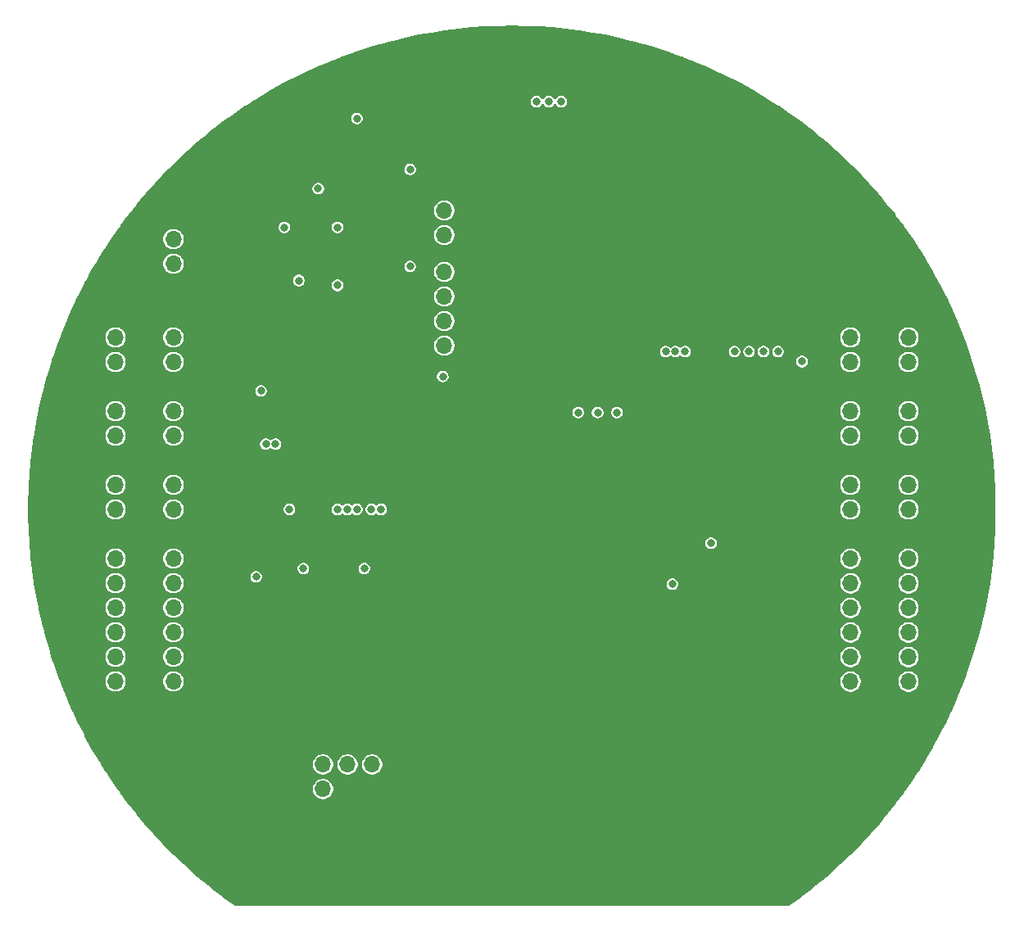
<source format=gbr>
%TF.GenerationSoftware,KiCad,Pcbnew,9.0.3*%
%TF.CreationDate,2025-08-31T18:15:22+02:00*%
%TF.ProjectId,TelemetryOnboard,54656c65-6d65-4747-9279-4f6e626f6172,v0.0.1*%
%TF.SameCoordinates,Original*%
%TF.FileFunction,Copper,L2,Inr*%
%TF.FilePolarity,Positive*%
%FSLAX46Y46*%
G04 Gerber Fmt 4.6, Leading zero omitted, Abs format (unit mm)*
G04 Created by KiCad (PCBNEW 9.0.3) date 2025-08-31 18:15:22*
%MOMM*%
%LPD*%
G01*
G04 APERTURE LIST*
%TA.AperFunction,ComponentPad*%
%ADD10O,1.700000X1.700000*%
%TD*%
%TA.AperFunction,ComponentPad*%
%ADD11C,4.700000*%
%TD*%
%TA.AperFunction,ViaPad*%
%ADD12C,0.800000*%
%TD*%
G04 APERTURE END LIST*
D10*
%TO.N,TX4*%
%TO.C,J1*%
X-19525016Y-26374940D03*
%TO.N,+3V3*%
X-19525016Y-28914940D03*
%TO.N,RX4*%
X-16985016Y-26374940D03*
%TO.N,GND*%
X-16985016Y-28914940D03*
%TO.N,UPDI*%
X-14445016Y-26374940D03*
%TO.N,GND*%
X-14445016Y-28914940D03*
%TD*%
D11*
%TO.N,GND*%
%TO.C,M1*%
X-27000016Y36000060D03*
%TD*%
%TO.N,GND*%
%TO.C,M3*%
X26999984Y-25999940D03*
%TD*%
D10*
%TO.N,SDA0*%
%TO.C,JL1*%
X-35000016Y17780060D03*
%TO.N,SCL0*%
X-35000016Y15240060D03*
%TO.N,GND*%
X-35000016Y12700060D03*
%TO.N,SDA2*%
X-35000016Y10160060D03*
%TO.N,SCL2*%
X-35000016Y7620060D03*
%TO.N,GND*%
X-35000016Y5080060D03*
%TO.N,D1*%
X-35000016Y2540060D03*
%TO.N,D2*%
X-35000016Y60D03*
%TD*%
%TO.N,Net-(J2-Pin_1)*%
%TO.C,J2*%
X-6990016Y30895062D03*
%TO.N,Net-(J2-Pin_2)*%
X-6990016Y28355062D03*
%TD*%
%TO.N,TX1*%
%TO.C,J5*%
X-35000016Y27940060D03*
%TO.N,RX1*%
X-35000016Y25400060D03*
%TD*%
%TO.N,+3V3*%
%TO.C,JL4*%
X-40975016Y-5079940D03*
X-40975016Y-7619940D03*
X-40975016Y-10159940D03*
%TO.N,+5V*%
X-40975016Y-12699940D03*
X-40975016Y-15239940D03*
X-40975016Y-17779940D03*
%TD*%
%TO.N,+5V*%
%TO.C,JR4*%
X40974984Y-17804940D03*
X40974984Y-15264940D03*
X40974984Y-12724940D03*
%TO.N,+3V3*%
X40974984Y-10184940D03*
X40974984Y-7644940D03*
X40974984Y-5104940D03*
%TD*%
D11*
%TO.N,GND*%
%TO.C,M4*%
X26999984Y36000060D03*
%TD*%
D10*
%TO.N,SDA0*%
%TO.C,JL3*%
X-40975016Y17780060D03*
%TO.N,SCL0*%
X-40975016Y15240060D03*
%TO.N,GND*%
X-40975016Y12700060D03*
%TO.N,SDA2*%
X-40975016Y10160060D03*
%TO.N,SCL2*%
X-40975016Y7620060D03*
%TO.N,GND*%
X-40975016Y5080060D03*
%TO.N,D1*%
X-40975016Y2540060D03*
%TO.N,D2*%
X-40975016Y60D03*
%TD*%
%TO.N,TX_L*%
%TO.C,JR1*%
X34974984Y60D03*
%TO.N,RX_L*%
X34974984Y2540060D03*
%TO.N,GND*%
X34974984Y5080060D03*
%TO.N,D3*%
X34974984Y7620060D03*
%TO.N,VCC_B*%
X34974984Y10160060D03*
%TO.N,GND*%
X34974984Y12700060D03*
%TO.N,SLP*%
X34974984Y15240060D03*
%TO.N,ARM*%
X34974984Y17780060D03*
%TD*%
%TO.N,+3V3*%
%TO.C,JL2*%
X-35000016Y-5079940D03*
X-35000016Y-7619940D03*
X-35000016Y-10159940D03*
%TO.N,+5V*%
X-35000016Y-12699940D03*
X-35000016Y-15239940D03*
X-35000016Y-17779940D03*
%TD*%
%TO.N,TX_L*%
%TO.C,JR3*%
X40974984Y60D03*
%TO.N,RX_L*%
X40974984Y2540060D03*
%TO.N,GND*%
X40974984Y5080060D03*
%TO.N,D3*%
X40974984Y7620060D03*
%TO.N,VCC_B*%
X40974984Y10160060D03*
%TO.N,GND*%
X40974984Y12700060D03*
%TO.N,SLP*%
X40974984Y15240060D03*
%TO.N,ARM*%
X40974984Y17780060D03*
%TD*%
%TO.N,MOSI*%
%TO.C,J4*%
X-6990016Y16925062D03*
%TO.N,MISO*%
X-6990016Y19465062D03*
%TO.N,SCK*%
X-6990016Y22005062D03*
%TO.N,SS*%
X-6990016Y24545062D03*
%TD*%
%TO.N,+5V*%
%TO.C,JR2*%
X34999984Y-17804940D03*
X34999984Y-15264940D03*
X34999984Y-12724940D03*
%TO.N,+3V3*%
X34999984Y-10184940D03*
X34999984Y-7644940D03*
X34999984Y-5104940D03*
%TD*%
D11*
%TO.N,GND*%
%TO.C,M2*%
X-27000016Y-35999940D03*
%TD*%
D12*
%TO.N,GND*%
X-1500016Y4500060D03*
X1499983Y14500060D03*
X20386363Y44557838D03*
X-4500016Y1500060D03*
X-42309555Y24716511D03*
X-48929548Y-2626890D03*
X41925794Y-25361850D03*
X-10432391Y47876626D03*
X28801461Y-39641773D03*
X48366990Y7850710D03*
X-47795240Y10798975D03*
X48757085Y4872954D03*
X-28190630Y40078599D03*
X-45856651Y-17267513D03*
X10499974Y4500020D03*
X8960287Y48173839D03*
X-2000015Y-37999950D03*
X13499974Y1500020D03*
X33978177Y35305618D03*
X13499984Y-39999940D03*
X40549984Y23000060D03*
X21742256Y43912172D03*
X7499985Y4500060D03*
X-24391551Y42497743D03*
X13499974Y-10499980D03*
X-36581124Y-32600899D03*
X34515218Y-34780662D03*
X13499974Y-4499980D03*
X-33433188Y-35822042D03*
X-24000016Y-39999940D03*
X-35044185Y34247778D03*
X-16Y49000060D03*
X-38509583Y-30298673D03*
X28190598Y40078599D03*
X7499974Y-10499980D03*
X37549984Y28000060D03*
X4499984Y-39999940D03*
X44077404Y-21405104D03*
X36581092Y-32600899D03*
X36077211Y33157769D03*
X-48367022Y7850710D03*
X-48241038Y-8590856D03*
X-1500017Y14500060D03*
X-21000016Y-39999940D03*
X7499985Y-1499940D03*
X42309523Y24716511D03*
X10499974Y-10499980D03*
X-25500016Y-39999940D03*
X30002754Y-38740536D03*
X-43047116Y23408331D03*
X4499984Y-2999940D03*
X10499974Y-7499980D03*
X40715902Y27262012D03*
X1499984Y-39999940D03*
X-7500015Y4500050D03*
X48883515Y3376510D03*
X7499985Y-4499940D03*
X10499974Y1500020D03*
X1501583Y48977046D03*
X31175864Y-37802910D03*
X-44077436Y-21405104D03*
X-1270016Y40400062D03*
X48481616Y-7108481D03*
X6349984Y40400062D03*
X-3000016Y4500060D03*
X-48757117Y4872954D03*
X-34515250Y-34780662D03*
X-45305950Y-18664674D03*
X-47043918Y13706675D03*
X-4500015Y-7499950D03*
X45856619Y-17267513D03*
X-36077243Y33157769D03*
X11849984Y11000062D03*
X1499984Y-4499940D03*
X-32319721Y-36829774D03*
X7479799Y48425801D03*
X-1500026Y-10499980D03*
X29405560Y39195877D03*
X5999984Y-39999940D03*
X-1500016Y7500060D03*
X-17618451Y45723038D03*
X32319689Y-36829774D03*
X13499974Y4500020D03*
X-29405592Y39195877D03*
X-28801493Y-39641773D03*
X2999984Y-4499940D03*
X-44712693Y-20044303D03*
X-7500015Y-4499950D03*
X45014576Y19356882D03*
X-22500016Y-39999940D03*
X-43744242Y22078164D03*
X-41925826Y-25361850D03*
X47955081Y-10065162D03*
X-43400776Y-22745798D03*
X-32880315Y36330294D03*
X-33978209Y35305618D03*
X-7500015Y7500050D03*
X4499984Y3000060D03*
X44400246Y20727257D03*
X-6000016Y-39999940D03*
X45305918Y-18664674D03*
X-4500016Y4500060D03*
X-25682431Y41730307D03*
X-46115878Y16562887D03*
X38040724Y30885365D03*
X-39419998Y-29104321D03*
X-4500026Y-10499980D03*
X-1500015Y-7499940D03*
X-19500016Y-39999940D03*
X48826033Y-4125097D03*
X20999984Y-39999940D03*
X39049984Y25500060D03*
X10432359Y47876626D03*
X37076381Y32036613D03*
X-27937516Y12240060D03*
X45586621Y17968323D03*
X-1500016Y6000060D03*
X43400744Y-22745798D03*
X16208969Y46241479D03*
X4499985Y7500050D03*
X-18025016Y21152560D03*
X33433156Y-35822042D03*
X31751505Y37320844D03*
X7499985Y1500060D03*
X22499984Y-39999940D03*
X-1500016Y10500060D03*
X-5992317Y48632275D03*
X4499984Y-4499940D03*
X-1501615Y48977046D03*
X38969335Y29705105D03*
X13499974Y-1499980D03*
X-38969367Y29705105D03*
X-4500016Y-1499940D03*
X-4500016Y60D03*
X-40715934Y27262012D03*
X-27000016Y-39999940D03*
X-37076413Y32036613D03*
X1499974Y-10499980D03*
X24391519Y42497743D03*
X-3000016Y-39999940D03*
X25499984Y-39999940D03*
X-4499174Y48793068D03*
X-10500016Y-39999940D03*
X-39861372Y28496942D03*
X-48987070Y-1126217D03*
X36049984Y30500060D03*
X21049984Y34090060D03*
X-29500000Y-22500000D03*
X20579984Y3500060D03*
X43047084Y23408331D03*
X-37562996Y-31464564D03*
X-20386395Y44557838D03*
X-40293384Y-27882631D03*
X-1500016Y-39999940D03*
X4499984Y4500060D03*
X-31751537Y37320844D03*
X-14784325Y46716483D03*
X-48883547Y3376510D03*
X48584856Y6364822D03*
X46364244Y-15854132D03*
X-46364276Y-15854132D03*
X-8500026Y13740060D03*
X47624110Y-11530013D03*
X8999984Y-39999940D03*
X32880283Y36330294D03*
X10499984Y-39999940D03*
X-48103724Y9329224D03*
X39861340Y28496942D03*
X4499974Y-10499980D03*
X4499984Y1500060D03*
X2999984Y4500060D03*
X-46601785Y15141893D03*
X-17Y14500060D03*
X-45014608Y19356882D03*
X10499974Y-1499980D03*
X48929516Y-2626890D03*
X48964027Y1876894D03*
X48676686Y-5619428D03*
X11999984Y-39999940D03*
X38509551Y-30298673D03*
X3001772Y48908027D03*
X-21500016Y60D03*
X35044153Y34247778D03*
X-45586653Y17968323D03*
X17999984Y-39999940D03*
X-30592933Y38276338D03*
X32999984Y-30024940D03*
X4499984Y-1499940D03*
X-48676718Y-5619428D03*
X48998546Y375515D03*
X1499984Y7500060D03*
X-15000016Y-39999940D03*
X-47624142Y-11530013D03*
X-11894663Y47534441D03*
X-44400278Y20727257D03*
X13499974Y-7499980D03*
X-48998578Y375515D03*
X48241006Y-8590856D03*
X-33000016Y-30024940D03*
X-42683348Y-24065127D03*
X-1500016Y9000060D03*
X14999984Y-39999940D03*
X1499984Y10500060D03*
X-48481648Y-7108481D03*
X25682399Y41730307D03*
X21049984Y38040060D03*
X43744210Y22078164D03*
X42683316Y-24065127D03*
X-48964059Y1876894D03*
X-26949188Y40923673D03*
X-3000016Y-4499940D03*
X-18000016Y-39999940D03*
X17618419Y45723038D03*
X-16Y-4499940D03*
X-23077758Y43225259D03*
X10499974Y-4499980D03*
X41532219Y26001473D03*
X1499984Y9000060D03*
X19499984Y-39999940D03*
X47795208Y10798975D03*
X39419966Y-29104321D03*
X-21742288Y43912172D03*
X16499984Y-39999940D03*
X23077726Y43225259D03*
X-3001804Y48908027D03*
X-8960319Y48173839D03*
X-7500016Y-39999940D03*
X-4500015Y7500050D03*
X-4500016Y-2999940D03*
X1499984Y4500060D03*
X40293352Y-27882631D03*
X-16209001Y46241479D03*
X-16Y-39999940D03*
X13345730Y47147606D03*
X-16500016Y-39999940D03*
X-47955113Y-10065162D03*
X37562964Y-31464564D03*
X-35564890Y-33706612D03*
X-13345762Y47147606D03*
X46601753Y15141893D03*
X-7500015Y-7499950D03*
X2999984Y-39999940D03*
X-7500015Y1500050D03*
X30592901Y38276338D03*
X7499985Y-7499950D03*
X-47441861Y12258583D03*
X4499985Y-7499940D03*
X47043886Y13706675D03*
X4499142Y48793068D03*
X-48584888Y6364822D03*
X46115846Y16562887D03*
X4499984Y60D03*
X5992285Y48632275D03*
X11894631Y47534441D03*
X-4500016Y3000060D03*
X-12000016Y-39999940D03*
X-7500015Y-1499950D03*
X-7479831Y48425801D03*
X9849984Y11000062D03*
X26999984Y-39999940D03*
X47248405Y-12984034D03*
X48987038Y-1126217D03*
X-31175896Y-37802910D03*
X-47248437Y-12984034D03*
X-46828350Y-14425858D03*
X14784293Y46716483D03*
X-7500026Y-10499980D03*
X31974984Y20780060D03*
X7499984Y-39999940D03*
X10499974Y7500020D03*
X41128890Y-26634750D03*
X-1500016Y-4499940D03*
X48103692Y9329224D03*
X47441829Y12258583D03*
X-9000016Y-39999940D03*
X7849984Y11000062D03*
X46828318Y-14425858D03*
X-13500016Y-39999940D03*
X-24437516Y13740060D03*
X-4500016Y-4499940D03*
X44712661Y-20044303D03*
X1499985Y-7499940D03*
X7499985Y7500050D03*
X-41128922Y-26634750D03*
X26949156Y40923673D03*
X35564858Y-33706612D03*
X-41532251Y26001473D03*
X-38040756Y30885365D03*
X23999984Y-39999940D03*
X19011320Y45161649D03*
X-16025016Y25152560D03*
X-4500016Y-39999940D03*
X-19011352Y45161649D03*
X-30002786Y-38740536D03*
X-5075016Y13740060D03*
X-48826065Y-4125097D03*
%TO.N,+3V3*%
X-23525016Y29152560D03*
X6849984Y10000062D03*
X10849984Y10000062D03*
X-7150016Y13740060D03*
X8849984Y10000062D03*
X-10525016Y35140060D03*
X-23000016Y60D03*
X-18025016Y23152560D03*
X20579984Y-3499940D03*
X-10525016Y25115060D03*
X-16025016Y40400062D03*
X-25937516Y12240060D03*
X-15255016Y-6119940D03*
X-21565016Y-6119940D03*
%TO.N,ARM*%
X-24437516Y6740060D03*
X29974984Y15280060D03*
%TO.N,SLP*%
X-25437516Y6740060D03*
%TO.N,D3*%
X-26437516Y-6967440D03*
%TO.N,+5V*%
X17889984Y16310062D03*
X16889984Y16310062D03*
X15889984Y16310062D03*
%TO.N,RTS*%
X3809984Y42150062D03*
X-22025016Y23652560D03*
%TO.N,CFG*%
X-20025016Y33152560D03*
X2539984Y42150062D03*
%TO.N,RST*%
X16579984Y-7739940D03*
X-13525016Y60D03*
%TO.N,CTS*%
X5079984Y42150062D03*
X-18025016Y29152560D03*
%TO.N,Net-(U1-PF2)*%
X-14525016Y60D03*
X22999984Y16310062D03*
%TO.N,Net-(U1-PE7)*%
X-16025016Y60D03*
X24499984Y16310062D03*
%TO.N,Net-(U1-PE5)*%
X-17025016Y60D03*
X25999984Y16310062D03*
%TO.N,Net-(U1-PE3)*%
X27499984Y16310062D03*
X-18025016Y60D03*
%TD*%
%TA.AperFunction,Conductor*%
%TO.N,GND*%
G36*
X1383037Y49980401D02*
G01*
X1386471Y49980306D01*
X2766751Y49922924D01*
X2770180Y49922734D01*
X4148344Y49827146D01*
X4151767Y49826861D01*
X5526768Y49693139D01*
X5530181Y49692759D01*
X6900919Y49521010D01*
X6904321Y49520536D01*
X8269796Y49310886D01*
X8273183Y49310318D01*
X9632340Y49062928D01*
X9635710Y49062266D01*
X10987472Y48777334D01*
X10990823Y48776579D01*
X12292515Y48464311D01*
X12293176Y48464150D01*
X12345011Y48451414D01*
X12347678Y48450728D01*
X13593804Y48115034D01*
X13594537Y48114834D01*
X13694041Y48087374D01*
X13696612Y48086634D01*
X14894729Y47728001D01*
X14895532Y47727758D01*
X15032093Y47685872D01*
X15034567Y47685085D01*
X16191896Y47303430D01*
X16192767Y47303139D01*
X16358297Y47247189D01*
X16360672Y47246359D01*
X17482389Y46841672D01*
X17483327Y46841329D01*
X17671356Y46771776D01*
X17673633Y46770909D01*
X18763965Y46343058D01*
X18764966Y46342660D01*
X18970420Y46259971D01*
X18972598Y46259070D01*
X20034575Y45808017D01*
X20035639Y45807560D01*
X20254300Y45712269D01*
X20256379Y45711340D01*
X21292696Y45236891D01*
X21293818Y45236370D01*
X21522073Y45129101D01*
X21524053Y45128149D01*
X22536496Y44630264D01*
X22537676Y44629676D01*
X22772721Y44510970D01*
X22774602Y44510000D01*
X23764963Y43988426D01*
X23766196Y43987768D01*
X24005128Y43858474D01*
X24006912Y43857489D01*
X24976385Y43312099D01*
X24977668Y43311367D01*
X25218507Y43172076D01*
X25220193Y43171083D01*
X26169767Y42601704D01*
X26171098Y42600895D01*
X26411811Y42452417D01*
X26413401Y42451419D01*
X27343973Y41857789D01*
X27345348Y41856900D01*
X27583979Y41700201D01*
X27585474Y41699203D01*
X28616492Y41000582D01*
X28619317Y40998610D01*
X29635732Y40267877D01*
X29637169Y40266828D01*
X29865584Y40097590D01*
X29866924Y40096583D01*
X30749938Y39423658D01*
X30751385Y39422539D01*
X30974047Y39247602D01*
X30975319Y39246589D01*
X31840382Y38548401D01*
X31841836Y38547209D01*
X32058095Y38367184D01*
X32059299Y38366168D01*
X32906039Y37642893D01*
X32907497Y37641628D01*
X33116735Y37457189D01*
X33117873Y37456174D01*
X33946286Y36707640D01*
X33947746Y36706299D01*
X34149149Y36518382D01*
X34150220Y36517371D01*
X34960052Y35743565D01*
X34961510Y35742149D01*
X35154599Y35551498D01*
X35155606Y35550492D01*
X35946617Y34751334D01*
X35948070Y34749841D01*
X36132207Y34557448D01*
X36133151Y34556452D01*
X36905150Y33731760D01*
X36906595Y33730189D01*
X37081321Y33536976D01*
X37082202Y33535991D01*
X37834938Y32685573D01*
X37836372Y32683924D01*
X38001043Y32491140D01*
X38001862Y32490170D01*
X38735130Y31613707D01*
X38736550Y31611979D01*
X38890840Y31420652D01*
X38891601Y31419699D01*
X39605106Y30516889D01*
X39606507Y30515082D01*
X39749777Y30326762D01*
X39750480Y30325829D01*
X40444165Y29395964D01*
X40445545Y29394077D01*
X40577288Y29210353D01*
X40577935Y29209442D01*
X41251512Y28251984D01*
X41252868Y28250017D01*
X41372828Y28072322D01*
X41373421Y28071435D01*
X42026622Y27085672D01*
X42027949Y27083626D01*
X42135642Y26913948D01*
X42136184Y26913087D01*
X42768844Y25897987D01*
X42770139Y25895861D01*
X42865021Y25736586D01*
X42865512Y25735755D01*
X43477589Y24689845D01*
X43478850Y24687639D01*
X43560607Y24541127D01*
X43561050Y24540326D01*
X44152253Y23462254D01*
X44153475Y23459968D01*
X44221751Y23329045D01*
X44222148Y23328279D01*
X44792320Y22216137D01*
X44793501Y22213772D01*
X44847987Y22101671D01*
X44848339Y22100939D01*
X45397238Y20952553D01*
X45398373Y20950111D01*
X45438770Y20860651D01*
X45439082Y20859955D01*
X45966575Y19672395D01*
X45967660Y19669877D01*
X45993721Y19607523D01*
X45993994Y19606864D01*
X46499866Y18376677D01*
X46500901Y18374078D01*
X46512173Y18344806D01*
X46512408Y18344192D01*
X46995979Y17068274D01*
X46997158Y17065026D01*
X47453305Y15752195D01*
X47454394Y15748915D01*
X47873798Y14423840D01*
X47874794Y14420531D01*
X48257101Y13084326D01*
X48258005Y13080992D01*
X48602935Y11734649D01*
X48603746Y11731290D01*
X48911030Y10375849D01*
X48911747Y10372468D01*
X49181143Y9009001D01*
X49181766Y9005602D01*
X49413071Y7635125D01*
X49413598Y7631711D01*
X49606625Y6255350D01*
X49607057Y6251921D01*
X49761655Y4870740D01*
X49761992Y4867301D01*
X49878051Y3482283D01*
X49878291Y3478836D01*
X49955710Y2091201D01*
X49955855Y2087749D01*
X49994582Y698427D01*
X49994630Y694972D01*
X49994630Y-694852D01*
X49994582Y-698307D01*
X49955855Y-2087629D01*
X49955710Y-2091081D01*
X49878291Y-3478716D01*
X49878051Y-3482163D01*
X49761992Y-4867181D01*
X49761655Y-4870620D01*
X49607057Y-6251801D01*
X49606625Y-6255230D01*
X49413598Y-7631591D01*
X49413071Y-7635005D01*
X49181766Y-9005482D01*
X49181143Y-9008881D01*
X48911747Y-10372348D01*
X48911030Y-10375729D01*
X48603746Y-11731170D01*
X48602935Y-11734529D01*
X48258005Y-13080872D01*
X48257101Y-13084206D01*
X47874794Y-14420411D01*
X47873798Y-14423720D01*
X47454394Y-15748795D01*
X47453305Y-15752075D01*
X46997158Y-17064906D01*
X46995979Y-17068153D01*
X46512451Y-18343958D01*
X46512215Y-18344575D01*
X46500889Y-18373986D01*
X46499855Y-18376583D01*
X45993994Y-19606743D01*
X45993722Y-19607401D01*
X45967661Y-19669756D01*
X45966575Y-19672275D01*
X45439105Y-20859783D01*
X45438793Y-20860479D01*
X45398365Y-20950008D01*
X45397230Y-20952450D01*
X44848334Y-22100834D01*
X44847980Y-22101568D01*
X44793501Y-22213648D01*
X44792322Y-22216011D01*
X44222150Y-23328156D01*
X44221753Y-23328923D01*
X44153472Y-23459854D01*
X44152250Y-23462139D01*
X43561068Y-24540173D01*
X43560625Y-24540974D01*
X43478844Y-24687529D01*
X43477583Y-24689735D01*
X42865506Y-25735646D01*
X42865015Y-25736477D01*
X42770164Y-25895700D01*
X42768869Y-25897826D01*
X42136105Y-26913093D01*
X42135563Y-26913954D01*
X42027963Y-27083486D01*
X42026636Y-27085532D01*
X41373394Y-28071355D01*
X41372801Y-28072242D01*
X41252883Y-28249875D01*
X41251528Y-28251842D01*
X40577934Y-29209326D01*
X40577286Y-29210237D01*
X40445544Y-29393959D01*
X40444164Y-29395846D01*
X39750456Y-30325740D01*
X39749753Y-30326673D01*
X39606518Y-30514948D01*
X39605117Y-30516755D01*
X38891527Y-31419672D01*
X38890766Y-31420625D01*
X38736590Y-31611811D01*
X38735171Y-31613539D01*
X38001805Y-32490121D01*
X38000984Y-32491092D01*
X37836398Y-32683772D01*
X37834965Y-32685420D01*
X37082175Y-33535902D01*
X37081294Y-33536887D01*
X36906603Y-33730061D01*
X36905158Y-33731631D01*
X36133165Y-34556317D01*
X36132221Y-34557314D01*
X35948057Y-34749734D01*
X35946604Y-34751227D01*
X35155662Y-35550316D01*
X35154655Y-35551322D01*
X34961465Y-35742072D01*
X34960007Y-35743488D01*
X34150230Y-36517241D01*
X34149159Y-36518252D01*
X33947736Y-36706188D01*
X33946276Y-36707529D01*
X33117863Y-37456063D01*
X33116726Y-37457078D01*
X32907499Y-37641508D01*
X32906040Y-37642773D01*
X32059314Y-38366035D01*
X32058110Y-38367051D01*
X31841821Y-38547101D01*
X31840367Y-38548293D01*
X30975297Y-39246487D01*
X30974025Y-39247500D01*
X30751403Y-39422405D01*
X30749956Y-39423524D01*
X29866880Y-40096497D01*
X29865539Y-40097505D01*
X29637208Y-40266679D01*
X29635772Y-40267727D01*
X28650433Y-40976121D01*
X28584510Y-40999272D01*
X28578050Y-40999440D01*
X-28578082Y-40999440D01*
X-28645121Y-40979755D01*
X-28650465Y-40976121D01*
X-29635765Y-40267756D01*
X-29637202Y-40266707D01*
X-29865612Y-40097473D01*
X-29866952Y-40096466D01*
X-30749966Y-39423541D01*
X-30751413Y-39422422D01*
X-30974080Y-39247481D01*
X-30975352Y-39246468D01*
X-31840410Y-38548284D01*
X-31841864Y-38547092D01*
X-32058129Y-38367062D01*
X-32059333Y-38366046D01*
X-32906067Y-37642777D01*
X-32907526Y-37641512D01*
X-33116777Y-37457061D01*
X-33117914Y-37456046D01*
X-33946325Y-36707514D01*
X-33947785Y-36706173D01*
X-34149173Y-36518270D01*
X-34150244Y-36517259D01*
X-34960031Y-35743496D01*
X-34961490Y-35742079D01*
X-35154693Y-35551315D01*
X-35155699Y-35550310D01*
X-35946615Y-34751250D01*
X-35948069Y-34749757D01*
X-36132262Y-34557304D01*
X-36133205Y-34556307D01*
X-36905204Y-33731614D01*
X-36906648Y-33730044D01*
X-37081334Y-33536877D01*
X-37082216Y-33535892D01*
X-37834967Y-32685455D01*
X-37836400Y-32683806D01*
X-38001072Y-32491024D01*
X-38001893Y-32490054D01*
X-38735193Y-31613551D01*
X-38736612Y-31611823D01*
X-38890813Y-31420606D01*
X-38891574Y-31419653D01*
X-39605147Y-30516757D01*
X-39606548Y-30514950D01*
X-39749807Y-30326645D01*
X-39750510Y-30325712D01*
X-40444213Y-29395824D01*
X-40445593Y-29393937D01*
X-40577283Y-29210287D01*
X-40577931Y-29209376D01*
X-40811948Y-28876731D01*
X-40857856Y-28811475D01*
X-20575516Y-28811475D01*
X-20575516Y-29018405D01*
X-20535146Y-29221360D01*
X-20455957Y-29412538D01*
X-20340993Y-29584595D01*
X-20194671Y-29730917D01*
X-20022614Y-29845881D01*
X-19831436Y-29925070D01*
X-19628483Y-29965439D01*
X-19628482Y-29965440D01*
X-19628481Y-29965440D01*
X-19421550Y-29965440D01*
X-19421546Y-29965439D01*
X-19218596Y-29925070D01*
X-19027418Y-29845881D01*
X-18855361Y-29730917D01*
X-18855358Y-29730915D01*
X-18709040Y-29584597D01*
X-18594074Y-29412536D01*
X-18514886Y-29221360D01*
X-18514884Y-29221352D01*
X-18474516Y-29018409D01*
X-18474516Y-28811470D01*
X-18514884Y-28608527D01*
X-18514886Y-28608519D01*
X-18594074Y-28417343D01*
X-18709040Y-28245282D01*
X-18855358Y-28098964D01*
X-19027419Y-27983998D01*
X-19218595Y-27904810D01*
X-19218603Y-27904808D01*
X-19421546Y-27864440D01*
X-19421551Y-27864440D01*
X-19628481Y-27864440D01*
X-19628485Y-27864440D01*
X-19831428Y-27904808D01*
X-19831436Y-27904810D01*
X-20022614Y-27983999D01*
X-20108642Y-28041481D01*
X-20194673Y-28098964D01*
X-20340991Y-28245282D01*
X-20340993Y-28245285D01*
X-20455957Y-28417342D01*
X-20535146Y-28608520D01*
X-20575516Y-28811475D01*
X-40857856Y-28811475D01*
X-41251553Y-28251852D01*
X-41252908Y-28249885D01*
X-41372847Y-28072222D01*
X-41373440Y-28071335D01*
X-42026658Y-27085547D01*
X-42027986Y-27083500D01*
X-42135667Y-26913839D01*
X-42136207Y-26912979D01*
X-42498944Y-26330970D01*
X-42536024Y-26271475D01*
X-20575516Y-26271475D01*
X-20575516Y-26478405D01*
X-20535146Y-26681360D01*
X-20455957Y-26872538D01*
X-20340993Y-27044595D01*
X-20194671Y-27190917D01*
X-20022614Y-27305881D01*
X-19831436Y-27385070D01*
X-19628483Y-27425439D01*
X-19628482Y-27425440D01*
X-19628481Y-27425440D01*
X-19421550Y-27425440D01*
X-19421546Y-27425439D01*
X-19218596Y-27385070D01*
X-19027418Y-27305881D01*
X-18855361Y-27190917D01*
X-18855358Y-27190915D01*
X-18709040Y-27044597D01*
X-18594074Y-26872536D01*
X-18514886Y-26681360D01*
X-18514884Y-26681352D01*
X-18474516Y-26478409D01*
X-18474516Y-26271475D01*
X-18035516Y-26271475D01*
X-18035516Y-26478405D01*
X-17995146Y-26681360D01*
X-17915957Y-26872538D01*
X-17800993Y-27044595D01*
X-17654671Y-27190917D01*
X-17482614Y-27305881D01*
X-17291436Y-27385070D01*
X-17088483Y-27425439D01*
X-17088482Y-27425440D01*
X-17088481Y-27425440D01*
X-16881550Y-27425440D01*
X-16881546Y-27425439D01*
X-16678596Y-27385070D01*
X-16487418Y-27305881D01*
X-16315361Y-27190917D01*
X-16315358Y-27190915D01*
X-16169040Y-27044597D01*
X-16054074Y-26872536D01*
X-15974886Y-26681360D01*
X-15974884Y-26681352D01*
X-15934516Y-26478409D01*
X-15934516Y-26271475D01*
X-15495516Y-26271475D01*
X-15495516Y-26478405D01*
X-15455146Y-26681360D01*
X-15375957Y-26872538D01*
X-15260993Y-27044595D01*
X-15114671Y-27190917D01*
X-14942614Y-27305881D01*
X-14751436Y-27385070D01*
X-14548483Y-27425439D01*
X-14548482Y-27425440D01*
X-14548481Y-27425440D01*
X-14341550Y-27425440D01*
X-14341546Y-27425439D01*
X-14138596Y-27385070D01*
X-13947418Y-27305881D01*
X-13775361Y-27190917D01*
X-13775358Y-27190915D01*
X-13629040Y-27044597D01*
X-13514074Y-26872536D01*
X-13434886Y-26681360D01*
X-13434884Y-26681352D01*
X-13394516Y-26478409D01*
X-13394516Y-26271470D01*
X-13434884Y-26068527D01*
X-13434886Y-26068519D01*
X-13514074Y-25877343D01*
X-13629040Y-25705282D01*
X-13775358Y-25558964D01*
X-13947419Y-25443998D01*
X-14138595Y-25364810D01*
X-14138603Y-25364808D01*
X-14341546Y-25324440D01*
X-14341551Y-25324440D01*
X-14548481Y-25324440D01*
X-14548485Y-25324440D01*
X-14751428Y-25364808D01*
X-14751436Y-25364810D01*
X-14942614Y-25443999D01*
X-15028642Y-25501481D01*
X-15114673Y-25558964D01*
X-15260991Y-25705282D01*
X-15260993Y-25705285D01*
X-15375957Y-25877342D01*
X-15455146Y-26068520D01*
X-15495516Y-26271475D01*
X-15934516Y-26271475D01*
X-15934516Y-26271470D01*
X-15974884Y-26068527D01*
X-15974886Y-26068519D01*
X-16054074Y-25877343D01*
X-16169040Y-25705282D01*
X-16315358Y-25558964D01*
X-16487419Y-25443998D01*
X-16678595Y-25364810D01*
X-16678603Y-25364808D01*
X-16881546Y-25324440D01*
X-16881551Y-25324440D01*
X-17088481Y-25324440D01*
X-17088485Y-25324440D01*
X-17291428Y-25364808D01*
X-17291436Y-25364810D01*
X-17482614Y-25443999D01*
X-17568642Y-25501481D01*
X-17654673Y-25558964D01*
X-17800991Y-25705282D01*
X-17800993Y-25705285D01*
X-17915957Y-25877342D01*
X-17995146Y-26068520D01*
X-18035516Y-26271475D01*
X-18474516Y-26271475D01*
X-18474516Y-26271470D01*
X-18514884Y-26068527D01*
X-18514886Y-26068519D01*
X-18594074Y-25877343D01*
X-18709040Y-25705282D01*
X-18855358Y-25558964D01*
X-19027419Y-25443998D01*
X-19218595Y-25364810D01*
X-19218603Y-25364808D01*
X-19421546Y-25324440D01*
X-19421551Y-25324440D01*
X-19628481Y-25324440D01*
X-19628485Y-25324440D01*
X-19831428Y-25364808D01*
X-19831436Y-25364810D01*
X-20022614Y-25443999D01*
X-20108642Y-25501481D01*
X-20194673Y-25558964D01*
X-20340991Y-25705282D01*
X-20340993Y-25705285D01*
X-20455957Y-25877342D01*
X-20535146Y-26068520D01*
X-20575516Y-26271475D01*
X-42536024Y-26271475D01*
X-42768879Y-25897861D01*
X-42770175Y-25895735D01*
X-42865052Y-25736468D01*
X-42865543Y-25735637D01*
X-43477613Y-24689738D01*
X-43478874Y-24687532D01*
X-43560659Y-24540970D01*
X-43561102Y-24540169D01*
X-44152287Y-23462129D01*
X-44153509Y-23459844D01*
X-44221778Y-23328936D01*
X-44222175Y-23328169D01*
X-44792355Y-22216011D01*
X-44793535Y-22213647D01*
X-44848009Y-22101573D01*
X-44848362Y-22100840D01*
X-45397271Y-20952432D01*
X-45398406Y-20949990D01*
X-45438800Y-20860536D01*
X-45439112Y-20859840D01*
X-45966613Y-19672262D01*
X-45967698Y-19669743D01*
X-45993733Y-19607451D01*
X-45994006Y-19606793D01*
X-46499905Y-18376539D01*
X-46500940Y-18373941D01*
X-46512178Y-18344758D01*
X-46512413Y-18344143D01*
X-46751112Y-17714329D01*
X-46751112Y-17714327D01*
X-46765458Y-17676475D01*
X-42025516Y-17676475D01*
X-42025516Y-17883405D01*
X-41985146Y-18086360D01*
X-41905957Y-18277538D01*
X-41790993Y-18449595D01*
X-41644671Y-18595917D01*
X-41472614Y-18710881D01*
X-41281436Y-18790070D01*
X-41078483Y-18830439D01*
X-41078482Y-18830440D01*
X-41078481Y-18830440D01*
X-40871550Y-18830440D01*
X-40871546Y-18830439D01*
X-40668596Y-18790070D01*
X-40477418Y-18710881D01*
X-40305361Y-18595917D01*
X-40305358Y-18595915D01*
X-40159040Y-18449597D01*
X-40088455Y-18343958D01*
X-40044075Y-18277538D01*
X-39964886Y-18086360D01*
X-39964884Y-18086352D01*
X-39924516Y-17883409D01*
X-39924516Y-17676475D01*
X-36050516Y-17676475D01*
X-36050516Y-17883405D01*
X-36010146Y-18086360D01*
X-35930957Y-18277538D01*
X-35815993Y-18449595D01*
X-35669671Y-18595917D01*
X-35497614Y-18710881D01*
X-35306436Y-18790070D01*
X-35103483Y-18830439D01*
X-35103482Y-18830440D01*
X-35103481Y-18830440D01*
X-34896550Y-18830440D01*
X-34896546Y-18830439D01*
X-34693596Y-18790070D01*
X-34502418Y-18710881D01*
X-34330361Y-18595917D01*
X-34330358Y-18595915D01*
X-34184040Y-18449597D01*
X-34113455Y-18343958D01*
X-34069075Y-18277538D01*
X-33989886Y-18086360D01*
X-33989884Y-18086352D01*
X-33949516Y-17883409D01*
X-33949516Y-17701470D01*
X33949484Y-17701470D01*
X33949484Y-17908409D01*
X33989852Y-18111352D01*
X33989854Y-18111360D01*
X34058687Y-18277538D01*
X34069043Y-18302538D01*
X34116753Y-18373941D01*
X34184008Y-18474597D01*
X34330326Y-18620915D01*
X34330329Y-18620917D01*
X34502386Y-18735881D01*
X34693564Y-18815070D01*
X34896514Y-18855439D01*
X34896518Y-18855440D01*
X34896519Y-18855440D01*
X35103450Y-18855440D01*
X35103451Y-18855439D01*
X35306404Y-18815070D01*
X35497582Y-18735881D01*
X35669639Y-18620917D01*
X35815961Y-18474595D01*
X35930925Y-18302538D01*
X36010114Y-18111360D01*
X36050484Y-17908405D01*
X36050484Y-17701475D01*
X36050483Y-17701470D01*
X39924484Y-17701470D01*
X39924484Y-17908409D01*
X39964852Y-18111352D01*
X39964854Y-18111360D01*
X40033687Y-18277538D01*
X40044043Y-18302538D01*
X40091753Y-18373941D01*
X40159008Y-18474597D01*
X40305326Y-18620915D01*
X40305329Y-18620917D01*
X40477386Y-18735881D01*
X40668564Y-18815070D01*
X40871514Y-18855439D01*
X40871518Y-18855440D01*
X40871519Y-18855440D01*
X41078450Y-18855440D01*
X41078451Y-18855439D01*
X41281404Y-18815070D01*
X41472582Y-18735881D01*
X41644639Y-18620917D01*
X41790961Y-18474595D01*
X41905925Y-18302538D01*
X41985114Y-18111360D01*
X42025484Y-17908405D01*
X42025484Y-17701475D01*
X41985114Y-17498520D01*
X41905925Y-17307342D01*
X41790961Y-17135285D01*
X41790959Y-17135282D01*
X41644641Y-16988964D01*
X41558610Y-16931481D01*
X41472582Y-16873999D01*
X41281404Y-16794810D01*
X41281396Y-16794808D01*
X41078453Y-16754440D01*
X41078449Y-16754440D01*
X40871519Y-16754440D01*
X40871514Y-16754440D01*
X40668571Y-16794808D01*
X40668563Y-16794810D01*
X40477387Y-16873998D01*
X40305326Y-16988964D01*
X40159008Y-17135282D01*
X40044042Y-17307343D01*
X39964854Y-17498519D01*
X39964852Y-17498527D01*
X39924484Y-17701470D01*
X36050483Y-17701470D01*
X36010114Y-17498520D01*
X35930925Y-17307342D01*
X35815961Y-17135285D01*
X35815959Y-17135282D01*
X35669641Y-16988964D01*
X35583610Y-16931481D01*
X35497582Y-16873999D01*
X35306404Y-16794810D01*
X35306396Y-16794808D01*
X35103453Y-16754440D01*
X35103449Y-16754440D01*
X34896519Y-16754440D01*
X34896514Y-16754440D01*
X34693571Y-16794808D01*
X34693563Y-16794810D01*
X34502387Y-16873998D01*
X34330326Y-16988964D01*
X34184008Y-17135282D01*
X34069042Y-17307343D01*
X33989854Y-17498519D01*
X33989852Y-17498527D01*
X33949484Y-17701470D01*
X-33949516Y-17701470D01*
X-33949516Y-17676470D01*
X-33989884Y-17473527D01*
X-33989886Y-17473519D01*
X-34069074Y-17282343D01*
X-34184040Y-17110282D01*
X-34330358Y-16963964D01*
X-34502419Y-16848998D01*
X-34693595Y-16769810D01*
X-34693603Y-16769808D01*
X-34896546Y-16729440D01*
X-34896551Y-16729440D01*
X-35103481Y-16729440D01*
X-35103485Y-16729440D01*
X-35306428Y-16769808D01*
X-35306436Y-16769810D01*
X-35497614Y-16848999D01*
X-35535028Y-16873998D01*
X-35669673Y-16963964D01*
X-35815991Y-17110282D01*
X-35815993Y-17110285D01*
X-35930957Y-17282342D01*
X-36010146Y-17473520D01*
X-36050516Y-17676475D01*
X-39924516Y-17676475D01*
X-39924516Y-17676470D01*
X-39964884Y-17473527D01*
X-39964886Y-17473519D01*
X-40044074Y-17282343D01*
X-40159040Y-17110282D01*
X-40305358Y-16963964D01*
X-40477419Y-16848998D01*
X-40668595Y-16769810D01*
X-40668603Y-16769808D01*
X-40871546Y-16729440D01*
X-40871551Y-16729440D01*
X-41078481Y-16729440D01*
X-41078485Y-16729440D01*
X-41281428Y-16769808D01*
X-41281436Y-16769810D01*
X-41472614Y-16848999D01*
X-41510028Y-16873998D01*
X-41644673Y-16963964D01*
X-41790991Y-17110282D01*
X-41790993Y-17110285D01*
X-41905957Y-17282342D01*
X-41985146Y-17473520D01*
X-42025516Y-17676475D01*
X-46765458Y-17676475D01*
X-46996011Y-17068153D01*
X-46997190Y-17064906D01*
X-47453337Y-15752075D01*
X-47454426Y-15748795D01*
X-47638318Y-15167801D01*
X-47648233Y-15136475D01*
X-42025516Y-15136475D01*
X-42025516Y-15343405D01*
X-41985146Y-15546360D01*
X-41905957Y-15737538D01*
X-41790993Y-15909595D01*
X-41644671Y-16055917D01*
X-41472614Y-16170881D01*
X-41281436Y-16250070D01*
X-41078483Y-16290439D01*
X-41078482Y-16290440D01*
X-41078481Y-16290440D01*
X-40871550Y-16290440D01*
X-40871546Y-16290439D01*
X-40668596Y-16250070D01*
X-40477418Y-16170881D01*
X-40305361Y-16055917D01*
X-40305358Y-16055915D01*
X-40159040Y-15909597D01*
X-40101557Y-15823566D01*
X-40044075Y-15737538D01*
X-39964886Y-15546360D01*
X-39964884Y-15546352D01*
X-39924516Y-15343409D01*
X-39924516Y-15136475D01*
X-36050516Y-15136475D01*
X-36050516Y-15343405D01*
X-36010146Y-15546360D01*
X-35930957Y-15737538D01*
X-35815993Y-15909595D01*
X-35669671Y-16055917D01*
X-35497614Y-16170881D01*
X-35306436Y-16250070D01*
X-35103483Y-16290439D01*
X-35103482Y-16290440D01*
X-35103481Y-16290440D01*
X-34896550Y-16290440D01*
X-34896546Y-16290439D01*
X-34693596Y-16250070D01*
X-34502418Y-16170881D01*
X-34330361Y-16055917D01*
X-34330358Y-16055915D01*
X-34184040Y-15909597D01*
X-34126557Y-15823566D01*
X-34069075Y-15737538D01*
X-33989886Y-15546360D01*
X-33989884Y-15546352D01*
X-33949516Y-15343409D01*
X-33949516Y-15161470D01*
X33949484Y-15161470D01*
X33949484Y-15368409D01*
X33989852Y-15571352D01*
X33989854Y-15571360D01*
X34069042Y-15762536D01*
X34184008Y-15934597D01*
X34330326Y-16080915D01*
X34330329Y-16080917D01*
X34502386Y-16195881D01*
X34693564Y-16275070D01*
X34896514Y-16315439D01*
X34896518Y-16315440D01*
X34896519Y-16315440D01*
X35103450Y-16315440D01*
X35103451Y-16315439D01*
X35306404Y-16275070D01*
X35497582Y-16195881D01*
X35669639Y-16080917D01*
X35815961Y-15934595D01*
X35930925Y-15762538D01*
X36010114Y-15571360D01*
X36050484Y-15368405D01*
X36050484Y-15161475D01*
X36050483Y-15161470D01*
X39924484Y-15161470D01*
X39924484Y-15368409D01*
X39964852Y-15571352D01*
X39964854Y-15571360D01*
X40044042Y-15762536D01*
X40159008Y-15934597D01*
X40305326Y-16080915D01*
X40305329Y-16080917D01*
X40477386Y-16195881D01*
X40668564Y-16275070D01*
X40871514Y-16315439D01*
X40871518Y-16315440D01*
X40871519Y-16315440D01*
X41078450Y-16315440D01*
X41078451Y-16315439D01*
X41281404Y-16275070D01*
X41472582Y-16195881D01*
X41644639Y-16080917D01*
X41790961Y-15934595D01*
X41905925Y-15762538D01*
X41985114Y-15571360D01*
X42025484Y-15368405D01*
X42025484Y-15161475D01*
X41985114Y-14958520D01*
X41905925Y-14767342D01*
X41790961Y-14595285D01*
X41790959Y-14595282D01*
X41644641Y-14448964D01*
X41558610Y-14391481D01*
X41472582Y-14333999D01*
X41281404Y-14254810D01*
X41281396Y-14254808D01*
X41078453Y-14214440D01*
X41078449Y-14214440D01*
X40871519Y-14214440D01*
X40871514Y-14214440D01*
X40668571Y-14254808D01*
X40668563Y-14254810D01*
X40477387Y-14333998D01*
X40305326Y-14448964D01*
X40159008Y-14595282D01*
X40044042Y-14767343D01*
X39964854Y-14958519D01*
X39964852Y-14958527D01*
X39924484Y-15161470D01*
X36050483Y-15161470D01*
X36010114Y-14958520D01*
X35930925Y-14767342D01*
X35815961Y-14595285D01*
X35815959Y-14595282D01*
X35669641Y-14448964D01*
X35583610Y-14391481D01*
X35497582Y-14333999D01*
X35306404Y-14254810D01*
X35306396Y-14254808D01*
X35103453Y-14214440D01*
X35103449Y-14214440D01*
X34896519Y-14214440D01*
X34896514Y-14214440D01*
X34693571Y-14254808D01*
X34693563Y-14254810D01*
X34502387Y-14333998D01*
X34330326Y-14448964D01*
X34184008Y-14595282D01*
X34069042Y-14767343D01*
X33989854Y-14958519D01*
X33989852Y-14958527D01*
X33949484Y-15161470D01*
X-33949516Y-15161470D01*
X-33949516Y-15136470D01*
X-33989884Y-14933527D01*
X-33989886Y-14933519D01*
X-34069074Y-14742343D01*
X-34184040Y-14570282D01*
X-34330358Y-14423964D01*
X-34502419Y-14308998D01*
X-34693595Y-14229810D01*
X-34693603Y-14229808D01*
X-34896546Y-14189440D01*
X-34896551Y-14189440D01*
X-35103481Y-14189440D01*
X-35103485Y-14189440D01*
X-35306428Y-14229808D01*
X-35306436Y-14229810D01*
X-35497614Y-14308999D01*
X-35535028Y-14333998D01*
X-35669673Y-14423964D01*
X-35815991Y-14570282D01*
X-35815993Y-14570285D01*
X-35930957Y-14742342D01*
X-36010146Y-14933520D01*
X-36050516Y-15136475D01*
X-39924516Y-15136475D01*
X-39924516Y-15136470D01*
X-39964884Y-14933527D01*
X-39964886Y-14933519D01*
X-40044074Y-14742343D01*
X-40159040Y-14570282D01*
X-40305358Y-14423964D01*
X-40477419Y-14308998D01*
X-40668595Y-14229810D01*
X-40668603Y-14229808D01*
X-40871546Y-14189440D01*
X-40871551Y-14189440D01*
X-41078481Y-14189440D01*
X-41078485Y-14189440D01*
X-41281428Y-14229808D01*
X-41281436Y-14229810D01*
X-41472614Y-14308999D01*
X-41510028Y-14333998D01*
X-41644673Y-14423964D01*
X-41790991Y-14570282D01*
X-41790993Y-14570285D01*
X-41905957Y-14742342D01*
X-41985146Y-14933520D01*
X-42025516Y-15136475D01*
X-47648233Y-15136475D01*
X-47873830Y-14423720D01*
X-47874826Y-14420411D01*
X-48257133Y-13084206D01*
X-48258037Y-13080872D01*
X-48375815Y-12621158D01*
X-48382139Y-12596475D01*
X-42025516Y-12596475D01*
X-42025516Y-12803405D01*
X-41985146Y-13006360D01*
X-41905957Y-13197538D01*
X-41790993Y-13369595D01*
X-41644671Y-13515917D01*
X-41472614Y-13630881D01*
X-41281436Y-13710070D01*
X-41078483Y-13750439D01*
X-41078482Y-13750440D01*
X-41078481Y-13750440D01*
X-40871550Y-13750440D01*
X-40871546Y-13750439D01*
X-40668596Y-13710070D01*
X-40477418Y-13630881D01*
X-40305361Y-13515917D01*
X-40305358Y-13515915D01*
X-40159040Y-13369597D01*
X-40101557Y-13283566D01*
X-40044075Y-13197538D01*
X-39964886Y-13006360D01*
X-39964884Y-13006352D01*
X-39924516Y-12803409D01*
X-39924516Y-12596475D01*
X-36050516Y-12596475D01*
X-36050516Y-12803405D01*
X-36010146Y-13006360D01*
X-35930957Y-13197538D01*
X-35815993Y-13369595D01*
X-35669671Y-13515917D01*
X-35497614Y-13630881D01*
X-35306436Y-13710070D01*
X-35103483Y-13750439D01*
X-35103482Y-13750440D01*
X-35103481Y-13750440D01*
X-34896550Y-13750440D01*
X-34896546Y-13750439D01*
X-34693596Y-13710070D01*
X-34502418Y-13630881D01*
X-34330361Y-13515917D01*
X-34330358Y-13515915D01*
X-34184040Y-13369597D01*
X-34126557Y-13283566D01*
X-34069075Y-13197538D01*
X-33989886Y-13006360D01*
X-33989884Y-13006352D01*
X-33949516Y-12803409D01*
X-33949516Y-12621470D01*
X33949484Y-12621470D01*
X33949484Y-12828409D01*
X33989852Y-13031352D01*
X33989854Y-13031360D01*
X34069042Y-13222536D01*
X34184008Y-13394597D01*
X34330326Y-13540915D01*
X34330329Y-13540917D01*
X34502386Y-13655881D01*
X34693564Y-13735070D01*
X34896514Y-13775439D01*
X34896518Y-13775440D01*
X34896519Y-13775440D01*
X35103450Y-13775440D01*
X35103451Y-13775439D01*
X35306404Y-13735070D01*
X35497582Y-13655881D01*
X35669639Y-13540917D01*
X35815961Y-13394595D01*
X35930925Y-13222538D01*
X36010114Y-13031360D01*
X36050484Y-12828405D01*
X36050484Y-12621475D01*
X36050483Y-12621470D01*
X39924484Y-12621470D01*
X39924484Y-12828409D01*
X39964852Y-13031352D01*
X39964854Y-13031360D01*
X40044042Y-13222536D01*
X40159008Y-13394597D01*
X40305326Y-13540915D01*
X40305329Y-13540917D01*
X40477386Y-13655881D01*
X40668564Y-13735070D01*
X40871514Y-13775439D01*
X40871518Y-13775440D01*
X40871519Y-13775440D01*
X41078450Y-13775440D01*
X41078451Y-13775439D01*
X41281404Y-13735070D01*
X41472582Y-13655881D01*
X41644639Y-13540917D01*
X41790961Y-13394595D01*
X41905925Y-13222538D01*
X41985114Y-13031360D01*
X42025484Y-12828405D01*
X42025484Y-12621475D01*
X41985114Y-12418520D01*
X41905925Y-12227342D01*
X41790961Y-12055285D01*
X41790959Y-12055282D01*
X41644641Y-11908964D01*
X41558610Y-11851481D01*
X41472582Y-11793999D01*
X41281404Y-11714810D01*
X41281396Y-11714808D01*
X41078453Y-11674440D01*
X41078449Y-11674440D01*
X40871519Y-11674440D01*
X40871514Y-11674440D01*
X40668571Y-11714808D01*
X40668563Y-11714810D01*
X40477387Y-11793998D01*
X40305326Y-11908964D01*
X40159008Y-12055282D01*
X40044042Y-12227343D01*
X39964854Y-12418519D01*
X39964852Y-12418527D01*
X39924484Y-12621470D01*
X36050483Y-12621470D01*
X36010114Y-12418520D01*
X35930925Y-12227342D01*
X35815961Y-12055285D01*
X35815959Y-12055282D01*
X35669641Y-11908964D01*
X35583610Y-11851481D01*
X35497582Y-11793999D01*
X35306404Y-11714810D01*
X35306396Y-11714808D01*
X35103453Y-11674440D01*
X35103449Y-11674440D01*
X34896519Y-11674440D01*
X34896514Y-11674440D01*
X34693571Y-11714808D01*
X34693563Y-11714810D01*
X34502387Y-11793998D01*
X34330326Y-11908964D01*
X34184008Y-12055282D01*
X34069042Y-12227343D01*
X33989854Y-12418519D01*
X33989852Y-12418527D01*
X33949484Y-12621470D01*
X-33949516Y-12621470D01*
X-33949516Y-12596470D01*
X-33989884Y-12393527D01*
X-33989886Y-12393519D01*
X-34069074Y-12202343D01*
X-34184040Y-12030282D01*
X-34330358Y-11883964D01*
X-34502419Y-11768998D01*
X-34693595Y-11689810D01*
X-34693603Y-11689808D01*
X-34896546Y-11649440D01*
X-34896551Y-11649440D01*
X-35103481Y-11649440D01*
X-35103485Y-11649440D01*
X-35306428Y-11689808D01*
X-35306436Y-11689810D01*
X-35497614Y-11768999D01*
X-35535028Y-11793998D01*
X-35669673Y-11883964D01*
X-35815991Y-12030282D01*
X-35815993Y-12030285D01*
X-35930957Y-12202342D01*
X-36010146Y-12393520D01*
X-36050516Y-12596475D01*
X-39924516Y-12596475D01*
X-39924516Y-12596470D01*
X-39964884Y-12393527D01*
X-39964886Y-12393519D01*
X-40044074Y-12202343D01*
X-40159040Y-12030282D01*
X-40305358Y-11883964D01*
X-40477419Y-11768998D01*
X-40668595Y-11689810D01*
X-40668603Y-11689808D01*
X-40871546Y-11649440D01*
X-40871551Y-11649440D01*
X-41078481Y-11649440D01*
X-41078485Y-11649440D01*
X-41281428Y-11689808D01*
X-41281436Y-11689810D01*
X-41472614Y-11768999D01*
X-41510028Y-11793998D01*
X-41644673Y-11883964D01*
X-41790991Y-12030282D01*
X-41790993Y-12030285D01*
X-41905957Y-12202342D01*
X-41985146Y-12393520D01*
X-42025516Y-12596475D01*
X-48382139Y-12596475D01*
X-48602967Y-11734529D01*
X-48603778Y-11731170D01*
X-48911062Y-10375729D01*
X-48911779Y-10372348D01*
X-48970644Y-10074418D01*
X-48974189Y-10056475D01*
X-42025516Y-10056475D01*
X-42025516Y-10263405D01*
X-41985146Y-10466360D01*
X-41905957Y-10657538D01*
X-41790993Y-10829595D01*
X-41644671Y-10975917D01*
X-41472614Y-11090881D01*
X-41281436Y-11170070D01*
X-41078483Y-11210439D01*
X-41078482Y-11210440D01*
X-41078481Y-11210440D01*
X-40871550Y-11210440D01*
X-40871546Y-11210439D01*
X-40668596Y-11170070D01*
X-40477418Y-11090881D01*
X-40305361Y-10975917D01*
X-40305358Y-10975915D01*
X-40159040Y-10829597D01*
X-40101557Y-10743566D01*
X-40044075Y-10657538D01*
X-39964886Y-10466360D01*
X-39946858Y-10375729D01*
X-39924516Y-10263409D01*
X-39924516Y-10056475D01*
X-36050516Y-10056475D01*
X-36050516Y-10263405D01*
X-36010146Y-10466360D01*
X-35930957Y-10657538D01*
X-35815993Y-10829595D01*
X-35669671Y-10975917D01*
X-35497614Y-11090881D01*
X-35306436Y-11170070D01*
X-35103483Y-11210439D01*
X-35103482Y-11210440D01*
X-35103481Y-11210440D01*
X-34896550Y-11210440D01*
X-34896546Y-11210439D01*
X-34693596Y-11170070D01*
X-34502418Y-11090881D01*
X-34330361Y-10975917D01*
X-34330358Y-10975915D01*
X-34184040Y-10829597D01*
X-34126557Y-10743566D01*
X-34069075Y-10657538D01*
X-33989886Y-10466360D01*
X-33971858Y-10375729D01*
X-33949516Y-10263409D01*
X-33949516Y-10081470D01*
X33949484Y-10081470D01*
X33949484Y-10288409D01*
X33989852Y-10491352D01*
X33989854Y-10491360D01*
X34069042Y-10682536D01*
X34184008Y-10854597D01*
X34330326Y-11000915D01*
X34330329Y-11000917D01*
X34502386Y-11115881D01*
X34693564Y-11195070D01*
X34896514Y-11235439D01*
X34896518Y-11235440D01*
X34896519Y-11235440D01*
X35103450Y-11235440D01*
X35103451Y-11235439D01*
X35306404Y-11195070D01*
X35497582Y-11115881D01*
X35669639Y-11000917D01*
X35815961Y-10854595D01*
X35930925Y-10682538D01*
X36010114Y-10491360D01*
X36050484Y-10288405D01*
X36050484Y-10081475D01*
X36050483Y-10081470D01*
X39924484Y-10081470D01*
X39924484Y-10288409D01*
X39964852Y-10491352D01*
X39964854Y-10491360D01*
X40044042Y-10682536D01*
X40159008Y-10854597D01*
X40305326Y-11000915D01*
X40305329Y-11000917D01*
X40477386Y-11115881D01*
X40668564Y-11195070D01*
X40871514Y-11235439D01*
X40871518Y-11235440D01*
X40871519Y-11235440D01*
X41078450Y-11235440D01*
X41078451Y-11235439D01*
X41281404Y-11195070D01*
X41472582Y-11115881D01*
X41644639Y-11000917D01*
X41790961Y-10854595D01*
X41905925Y-10682538D01*
X41985114Y-10491360D01*
X42025484Y-10288405D01*
X42025484Y-10081475D01*
X41985114Y-9878520D01*
X41905925Y-9687342D01*
X41790961Y-9515285D01*
X41790959Y-9515282D01*
X41644641Y-9368964D01*
X41558610Y-9311481D01*
X41472582Y-9253999D01*
X41281404Y-9174810D01*
X41281396Y-9174808D01*
X41078453Y-9134440D01*
X41078449Y-9134440D01*
X40871519Y-9134440D01*
X40871514Y-9134440D01*
X40668571Y-9174808D01*
X40668563Y-9174810D01*
X40477387Y-9253998D01*
X40305326Y-9368964D01*
X40159008Y-9515282D01*
X40044042Y-9687343D01*
X39964854Y-9878519D01*
X39964852Y-9878527D01*
X39924484Y-10081470D01*
X36050483Y-10081470D01*
X36010114Y-9878520D01*
X35930925Y-9687342D01*
X35815961Y-9515285D01*
X35815959Y-9515282D01*
X35669641Y-9368964D01*
X35583610Y-9311481D01*
X35497582Y-9253999D01*
X35306404Y-9174810D01*
X35306396Y-9174808D01*
X35103453Y-9134440D01*
X35103449Y-9134440D01*
X34896519Y-9134440D01*
X34896514Y-9134440D01*
X34693571Y-9174808D01*
X34693563Y-9174810D01*
X34502387Y-9253998D01*
X34330326Y-9368964D01*
X34184008Y-9515282D01*
X34069042Y-9687343D01*
X33989854Y-9878519D01*
X33989852Y-9878527D01*
X33949484Y-10081470D01*
X-33949516Y-10081470D01*
X-33949516Y-10056470D01*
X-33989884Y-9853527D01*
X-33989886Y-9853519D01*
X-34069074Y-9662343D01*
X-34184040Y-9490282D01*
X-34330358Y-9343964D01*
X-34502419Y-9228998D01*
X-34693595Y-9149810D01*
X-34693603Y-9149808D01*
X-34896546Y-9109440D01*
X-34896551Y-9109440D01*
X-35103481Y-9109440D01*
X-35103485Y-9109440D01*
X-35306428Y-9149808D01*
X-35306436Y-9149810D01*
X-35497614Y-9228999D01*
X-35535028Y-9253998D01*
X-35669673Y-9343964D01*
X-35815991Y-9490282D01*
X-35815993Y-9490285D01*
X-35930957Y-9662342D01*
X-36010146Y-9853520D01*
X-36050516Y-10056475D01*
X-39924516Y-10056475D01*
X-39924516Y-10056470D01*
X-39964884Y-9853527D01*
X-39964886Y-9853519D01*
X-40044074Y-9662343D01*
X-40159040Y-9490282D01*
X-40305358Y-9343964D01*
X-40477419Y-9228998D01*
X-40668595Y-9149810D01*
X-40668603Y-9149808D01*
X-40871546Y-9109440D01*
X-40871551Y-9109440D01*
X-41078481Y-9109440D01*
X-41078485Y-9109440D01*
X-41281428Y-9149808D01*
X-41281436Y-9149810D01*
X-41472614Y-9228999D01*
X-41510028Y-9253998D01*
X-41644673Y-9343964D01*
X-41790991Y-9490282D01*
X-41790993Y-9490285D01*
X-41905957Y-9662342D01*
X-41985146Y-9853520D01*
X-42025516Y-10056475D01*
X-48974189Y-10056475D01*
X-49181175Y-9008882D01*
X-49181798Y-9005482D01*
X-49413103Y-7635005D01*
X-49413630Y-7631590D01*
X-49428213Y-7527604D01*
X-49429774Y-7516475D01*
X-42025516Y-7516475D01*
X-42025516Y-7723405D01*
X-41985146Y-7926360D01*
X-41905957Y-8117538D01*
X-41790993Y-8289595D01*
X-41644671Y-8435917D01*
X-41472614Y-8550881D01*
X-41281436Y-8630070D01*
X-41078483Y-8670439D01*
X-41078482Y-8670440D01*
X-41078481Y-8670440D01*
X-40871550Y-8670440D01*
X-40871546Y-8670439D01*
X-40668596Y-8630070D01*
X-40477418Y-8550881D01*
X-40305361Y-8435917D01*
X-40305358Y-8435915D01*
X-40159040Y-8289597D01*
X-40101557Y-8203566D01*
X-40044075Y-8117538D01*
X-39964886Y-7926360D01*
X-39943530Y-7818997D01*
X-39924516Y-7723409D01*
X-39924516Y-7516475D01*
X-36050516Y-7516475D01*
X-36050516Y-7723405D01*
X-36010146Y-7926360D01*
X-35930957Y-8117538D01*
X-35815993Y-8289595D01*
X-35669671Y-8435917D01*
X-35497614Y-8550881D01*
X-35306436Y-8630070D01*
X-35103483Y-8670439D01*
X-35103482Y-8670440D01*
X-35103481Y-8670440D01*
X-34896550Y-8670440D01*
X-34896546Y-8670439D01*
X-34693596Y-8630070D01*
X-34502418Y-8550881D01*
X-34330361Y-8435917D01*
X-34330358Y-8435915D01*
X-34184040Y-8289597D01*
X-34126557Y-8203566D01*
X-34069075Y-8117538D01*
X-33989886Y-7926360D01*
X-33968530Y-7818997D01*
X-33949516Y-7723409D01*
X-33949516Y-7660883D01*
X15979484Y-7660883D01*
X15979484Y-7818997D01*
X16014951Y-7951360D01*
X16020407Y-7971723D01*
X16020410Y-7971730D01*
X16099459Y-8108649D01*
X16099463Y-8108654D01*
X16099464Y-8108656D01*
X16211268Y-8220460D01*
X16211270Y-8220461D01*
X16211274Y-8220464D01*
X16331014Y-8289595D01*
X16348200Y-8299517D01*
X16500927Y-8340440D01*
X16500929Y-8340440D01*
X16659039Y-8340440D01*
X16659041Y-8340440D01*
X16811768Y-8299517D01*
X16948700Y-8220460D01*
X17060504Y-8108656D01*
X17139561Y-7971724D01*
X17180484Y-7818997D01*
X17180484Y-7660883D01*
X17148487Y-7541470D01*
X33949484Y-7541470D01*
X33949484Y-7748409D01*
X33989852Y-7951352D01*
X33989854Y-7951360D01*
X34069042Y-8142536D01*
X34184008Y-8314597D01*
X34330326Y-8460915D01*
X34330329Y-8460917D01*
X34502386Y-8575881D01*
X34693564Y-8655070D01*
X34896514Y-8695439D01*
X34896518Y-8695440D01*
X34896519Y-8695440D01*
X35103450Y-8695440D01*
X35103451Y-8695439D01*
X35306404Y-8655070D01*
X35497582Y-8575881D01*
X35669639Y-8460917D01*
X35815961Y-8314595D01*
X35930925Y-8142538D01*
X36010114Y-7951360D01*
X36050484Y-7748405D01*
X36050484Y-7541475D01*
X36050483Y-7541470D01*
X39924484Y-7541470D01*
X39924484Y-7748409D01*
X39964852Y-7951352D01*
X39964854Y-7951360D01*
X40044042Y-8142536D01*
X40159008Y-8314597D01*
X40305326Y-8460915D01*
X40305329Y-8460917D01*
X40477386Y-8575881D01*
X40668564Y-8655070D01*
X40871514Y-8695439D01*
X40871518Y-8695440D01*
X40871519Y-8695440D01*
X41078450Y-8695440D01*
X41078451Y-8695439D01*
X41281404Y-8655070D01*
X41472582Y-8575881D01*
X41644639Y-8460917D01*
X41790961Y-8314595D01*
X41905925Y-8142538D01*
X41985114Y-7951360D01*
X42025484Y-7748405D01*
X42025484Y-7541475D01*
X41985114Y-7338520D01*
X41905925Y-7147342D01*
X41790961Y-6975285D01*
X41790959Y-6975282D01*
X41644641Y-6828964D01*
X41504994Y-6735656D01*
X41472582Y-6713999D01*
X41281404Y-6634810D01*
X41281396Y-6634808D01*
X41078453Y-6594440D01*
X41078449Y-6594440D01*
X40871519Y-6594440D01*
X40871514Y-6594440D01*
X40668571Y-6634808D01*
X40668563Y-6634810D01*
X40477387Y-6713998D01*
X40305326Y-6828964D01*
X40159008Y-6975282D01*
X40044042Y-7147343D01*
X39964854Y-7338519D01*
X39964852Y-7338527D01*
X39924484Y-7541470D01*
X36050483Y-7541470D01*
X36010114Y-7338520D01*
X35930925Y-7147342D01*
X35815961Y-6975285D01*
X35815959Y-6975282D01*
X35669641Y-6828964D01*
X35529994Y-6735656D01*
X35497582Y-6713999D01*
X35306404Y-6634810D01*
X35306396Y-6634808D01*
X35103453Y-6594440D01*
X35103449Y-6594440D01*
X34896519Y-6594440D01*
X34896514Y-6594440D01*
X34693571Y-6634808D01*
X34693563Y-6634810D01*
X34502387Y-6713998D01*
X34330326Y-6828964D01*
X34184008Y-6975282D01*
X34069042Y-7147343D01*
X33989854Y-7338519D01*
X33989852Y-7338527D01*
X33949484Y-7541470D01*
X17148487Y-7541470D01*
X17139561Y-7508156D01*
X17139557Y-7508149D01*
X17060508Y-7371230D01*
X17060502Y-7371222D01*
X16948701Y-7259421D01*
X16948693Y-7259415D01*
X16811774Y-7180366D01*
X16811770Y-7180364D01*
X16811768Y-7180363D01*
X16659041Y-7139440D01*
X16500927Y-7139440D01*
X16348200Y-7180363D01*
X16348193Y-7180366D01*
X16211274Y-7259415D01*
X16211266Y-7259421D01*
X16099465Y-7371222D01*
X16099459Y-7371230D01*
X16020410Y-7508149D01*
X16020407Y-7508156D01*
X15979484Y-7660883D01*
X-33949516Y-7660883D01*
X-33949516Y-7516470D01*
X-33989884Y-7313527D01*
X-33989886Y-7313519D01*
X-34069074Y-7122343D01*
X-34184040Y-6950283D01*
X-34184041Y-6950281D01*
X-34245939Y-6888383D01*
X-27038016Y-6888383D01*
X-27038016Y-7046497D01*
X-26997093Y-7199224D01*
X-26918036Y-7336156D01*
X-26806232Y-7447960D01*
X-26669300Y-7527017D01*
X-26516573Y-7567940D01*
X-26516571Y-7567940D01*
X-26358461Y-7567940D01*
X-26358459Y-7567940D01*
X-26205732Y-7527017D01*
X-26205725Y-7527013D01*
X-26068806Y-7447964D01*
X-26068802Y-7447961D01*
X-26068800Y-7447960D01*
X-25956996Y-7336156D01*
X-25956995Y-7336154D01*
X-25956991Y-7336149D01*
X-25877942Y-7199230D01*
X-25877939Y-7199223D01*
X-25864037Y-7147342D01*
X-25837016Y-7046497D01*
X-25837016Y-6888383D01*
X-25877939Y-6735656D01*
X-25877942Y-6735649D01*
X-25956991Y-6598730D01*
X-25956997Y-6598722D01*
X-26068798Y-6486921D01*
X-26068806Y-6486915D01*
X-26205725Y-6407866D01*
X-26205732Y-6407863D01*
X-26358459Y-6366940D01*
X-26516573Y-6366940D01*
X-26669300Y-6407863D01*
X-26669302Y-6407864D01*
X-26669306Y-6407866D01*
X-26806225Y-6486915D01*
X-26806233Y-6486921D01*
X-26918034Y-6598722D01*
X-26918040Y-6598730D01*
X-26988308Y-6720439D01*
X-26997093Y-6735656D01*
X-27038016Y-6888383D01*
X-34245939Y-6888383D01*
X-34330358Y-6803964D01*
X-34502419Y-6688998D01*
X-34693595Y-6609810D01*
X-34693603Y-6609808D01*
X-34896546Y-6569440D01*
X-34896551Y-6569440D01*
X-35103481Y-6569440D01*
X-35103485Y-6569440D01*
X-35306428Y-6609808D01*
X-35306436Y-6609810D01*
X-35474720Y-6679516D01*
X-35497614Y-6688999D01*
X-35544669Y-6720440D01*
X-35669673Y-6803964D01*
X-35815991Y-6950282D01*
X-35815993Y-6950285D01*
X-35930957Y-7122342D01*
X-36010146Y-7313520D01*
X-36050516Y-7516475D01*
X-39924516Y-7516475D01*
X-39924516Y-7516470D01*
X-39964884Y-7313527D01*
X-39964886Y-7313519D01*
X-40044074Y-7122343D01*
X-40159040Y-6950282D01*
X-40305358Y-6803964D01*
X-40477419Y-6688998D01*
X-40668595Y-6609810D01*
X-40668603Y-6609808D01*
X-40871546Y-6569440D01*
X-40871551Y-6569440D01*
X-41078481Y-6569440D01*
X-41078485Y-6569440D01*
X-41281428Y-6609808D01*
X-41281436Y-6609810D01*
X-41449720Y-6679516D01*
X-41472614Y-6688999D01*
X-41519669Y-6720440D01*
X-41644673Y-6803964D01*
X-41790991Y-6950282D01*
X-41790993Y-6950285D01*
X-41905957Y-7122342D01*
X-41985146Y-7313520D01*
X-42025516Y-7516475D01*
X-49429774Y-7516475D01*
X-49606657Y-6255230D01*
X-49607089Y-6251801D01*
X-49748976Y-4984176D01*
X-49749838Y-4976475D01*
X-42025516Y-4976475D01*
X-42025516Y-5183405D01*
X-41985146Y-5386360D01*
X-41905957Y-5577538D01*
X-41790993Y-5749595D01*
X-41644671Y-5895917D01*
X-41472614Y-6010881D01*
X-41281436Y-6090070D01*
X-41078483Y-6130439D01*
X-41078482Y-6130440D01*
X-41078481Y-6130440D01*
X-40871550Y-6130440D01*
X-40871546Y-6130439D01*
X-40668596Y-6090070D01*
X-40477418Y-6010881D01*
X-40305361Y-5895917D01*
X-40305358Y-5895915D01*
X-40159040Y-5749597D01*
X-40085420Y-5639415D01*
X-40044075Y-5577538D01*
X-40037804Y-5562400D01*
X-39964886Y-5386360D01*
X-39964884Y-5386352D01*
X-39924516Y-5183409D01*
X-39924516Y-4976475D01*
X-36050516Y-4976475D01*
X-36050516Y-5183405D01*
X-36010146Y-5386360D01*
X-35930957Y-5577538D01*
X-35815993Y-5749595D01*
X-35669671Y-5895917D01*
X-35497614Y-6010881D01*
X-35306436Y-6090070D01*
X-35103483Y-6130439D01*
X-35103482Y-6130440D01*
X-35103481Y-6130440D01*
X-34896550Y-6130440D01*
X-34896546Y-6130439D01*
X-34693596Y-6090070D01*
X-34574849Y-6040883D01*
X-22165516Y-6040883D01*
X-22165516Y-6198997D01*
X-22124593Y-6351724D01*
X-22045536Y-6488656D01*
X-21933732Y-6600460D01*
X-21796800Y-6679517D01*
X-21644073Y-6720440D01*
X-21644071Y-6720440D01*
X-21485961Y-6720440D01*
X-21485959Y-6720440D01*
X-21333232Y-6679517D01*
X-21255796Y-6634810D01*
X-21196306Y-6600464D01*
X-21196302Y-6600461D01*
X-21196300Y-6600460D01*
X-21084496Y-6488656D01*
X-21084495Y-6488654D01*
X-21084491Y-6488649D01*
X-21005442Y-6351730D01*
X-21005439Y-6351723D01*
X-20964516Y-6198996D01*
X-20964516Y-6040883D01*
X-15855516Y-6040883D01*
X-15855516Y-6198997D01*
X-15814593Y-6351724D01*
X-15735536Y-6488656D01*
X-15623732Y-6600460D01*
X-15486800Y-6679517D01*
X-15334073Y-6720440D01*
X-15334071Y-6720440D01*
X-15175961Y-6720440D01*
X-15175959Y-6720440D01*
X-15023232Y-6679517D01*
X-14945796Y-6634810D01*
X-14886306Y-6600464D01*
X-14886302Y-6600461D01*
X-14886300Y-6600460D01*
X-14774496Y-6488656D01*
X-14774495Y-6488654D01*
X-14774491Y-6488649D01*
X-14695442Y-6351730D01*
X-14695439Y-6351723D01*
X-14654516Y-6198996D01*
X-14654516Y-6040883D01*
X-14695439Y-5888156D01*
X-14695442Y-5888149D01*
X-14774491Y-5751230D01*
X-14774497Y-5751222D01*
X-14886298Y-5639421D01*
X-14886306Y-5639415D01*
X-15023225Y-5560366D01*
X-15023232Y-5560363D01*
X-15175959Y-5519440D01*
X-15334073Y-5519440D01*
X-15486800Y-5560363D01*
X-15486802Y-5560364D01*
X-15486806Y-5560366D01*
X-15623725Y-5639415D01*
X-15623733Y-5639421D01*
X-15735534Y-5751222D01*
X-15735540Y-5751230D01*
X-15814589Y-5888149D01*
X-15814593Y-5888156D01*
X-15855516Y-6040883D01*
X-20964516Y-6040883D01*
X-21005439Y-5888156D01*
X-21005442Y-5888149D01*
X-21084491Y-5751230D01*
X-21084497Y-5751222D01*
X-21196298Y-5639421D01*
X-21196306Y-5639415D01*
X-21333225Y-5560366D01*
X-21333232Y-5560363D01*
X-21485959Y-5519440D01*
X-21644073Y-5519440D01*
X-21796800Y-5560363D01*
X-21796802Y-5560364D01*
X-21796806Y-5560366D01*
X-21933725Y-5639415D01*
X-21933733Y-5639421D01*
X-22045534Y-5751222D01*
X-22045540Y-5751230D01*
X-22124589Y-5888149D01*
X-22124593Y-5888156D01*
X-22165516Y-6040883D01*
X-34574849Y-6040883D01*
X-34502418Y-6010881D01*
X-34330361Y-5895917D01*
X-34330358Y-5895915D01*
X-34184040Y-5749597D01*
X-34110420Y-5639415D01*
X-34069075Y-5577538D01*
X-34062804Y-5562400D01*
X-33989886Y-5386360D01*
X-33989884Y-5386352D01*
X-33949516Y-5183409D01*
X-33949516Y-5001470D01*
X33949484Y-5001470D01*
X33949484Y-5208409D01*
X33989852Y-5411352D01*
X33989854Y-5411360D01*
X34069042Y-5602536D01*
X34184008Y-5774597D01*
X34330326Y-5920915D01*
X34330329Y-5920917D01*
X34502386Y-6035881D01*
X34693564Y-6115070D01*
X34896514Y-6155439D01*
X34896518Y-6155440D01*
X34896519Y-6155440D01*
X35103450Y-6155440D01*
X35103451Y-6155439D01*
X35306404Y-6115070D01*
X35497582Y-6035881D01*
X35669639Y-5920917D01*
X35815961Y-5774595D01*
X35930925Y-5602538D01*
X36010114Y-5411360D01*
X36050484Y-5208405D01*
X36050484Y-5001475D01*
X36050483Y-5001470D01*
X39924484Y-5001470D01*
X39924484Y-5208409D01*
X39964852Y-5411352D01*
X39964854Y-5411360D01*
X40044042Y-5602536D01*
X40159008Y-5774597D01*
X40305326Y-5920915D01*
X40305329Y-5920917D01*
X40477386Y-6035881D01*
X40668564Y-6115070D01*
X40871514Y-6155439D01*
X40871518Y-6155440D01*
X40871519Y-6155440D01*
X41078450Y-6155440D01*
X41078451Y-6155439D01*
X41281404Y-6115070D01*
X41472582Y-6035881D01*
X41644639Y-5920917D01*
X41790961Y-5774595D01*
X41905925Y-5602538D01*
X41985114Y-5411360D01*
X42025484Y-5208405D01*
X42025484Y-5001475D01*
X41985114Y-4798520D01*
X41905925Y-4607342D01*
X41790961Y-4435285D01*
X41790959Y-4435282D01*
X41644641Y-4288964D01*
X41558610Y-4231481D01*
X41472582Y-4173999D01*
X41281404Y-4094810D01*
X41281396Y-4094808D01*
X41078453Y-4054440D01*
X41078449Y-4054440D01*
X40871519Y-4054440D01*
X40871514Y-4054440D01*
X40668571Y-4094808D01*
X40668563Y-4094810D01*
X40477387Y-4173998D01*
X40305326Y-4288964D01*
X40159008Y-4435282D01*
X40044042Y-4607343D01*
X39964854Y-4798519D01*
X39964852Y-4798527D01*
X39924484Y-5001470D01*
X36050483Y-5001470D01*
X36010114Y-4798520D01*
X35930925Y-4607342D01*
X35815961Y-4435285D01*
X35815959Y-4435282D01*
X35669641Y-4288964D01*
X35583610Y-4231481D01*
X35497582Y-4173999D01*
X35306404Y-4094810D01*
X35306396Y-4094808D01*
X35103453Y-4054440D01*
X35103449Y-4054440D01*
X34896519Y-4054440D01*
X34896514Y-4054440D01*
X34693571Y-4094808D01*
X34693563Y-4094810D01*
X34502387Y-4173998D01*
X34330326Y-4288964D01*
X34184008Y-4435282D01*
X34069042Y-4607343D01*
X33989854Y-4798519D01*
X33989852Y-4798527D01*
X33949484Y-5001470D01*
X-33949516Y-5001470D01*
X-33949516Y-4976470D01*
X-33989884Y-4773527D01*
X-33989886Y-4773519D01*
X-34069074Y-4582343D01*
X-34184040Y-4410282D01*
X-34330358Y-4263964D01*
X-34502419Y-4148998D01*
X-34693595Y-4069810D01*
X-34693603Y-4069808D01*
X-34896546Y-4029440D01*
X-34896551Y-4029440D01*
X-35103481Y-4029440D01*
X-35103485Y-4029440D01*
X-35306428Y-4069808D01*
X-35306436Y-4069810D01*
X-35380380Y-4100439D01*
X-35497614Y-4148999D01*
X-35535028Y-4173998D01*
X-35669673Y-4263964D01*
X-35815991Y-4410282D01*
X-35815993Y-4410285D01*
X-35930957Y-4582342D01*
X-36010146Y-4773520D01*
X-36050516Y-4976475D01*
X-39924516Y-4976475D01*
X-39924516Y-4976470D01*
X-39964884Y-4773527D01*
X-39964886Y-4773519D01*
X-40044074Y-4582343D01*
X-40159040Y-4410282D01*
X-40305358Y-4263964D01*
X-40477419Y-4148998D01*
X-40668595Y-4069810D01*
X-40668603Y-4069808D01*
X-40871546Y-4029440D01*
X-40871551Y-4029440D01*
X-41078481Y-4029440D01*
X-41078485Y-4029440D01*
X-41281428Y-4069808D01*
X-41281436Y-4069810D01*
X-41355380Y-4100439D01*
X-41472614Y-4148999D01*
X-41510028Y-4173998D01*
X-41644673Y-4263964D01*
X-41790991Y-4410282D01*
X-41790993Y-4410285D01*
X-41905957Y-4582342D01*
X-41985146Y-4773520D01*
X-42025516Y-4976475D01*
X-49749838Y-4976475D01*
X-49761687Y-4870621D01*
X-49762024Y-4867181D01*
X-49878083Y-3482163D01*
X-49878323Y-3478717D01*
X-49881550Y-3420883D01*
X19979484Y-3420883D01*
X19979484Y-3578996D01*
X20020407Y-3731723D01*
X20020410Y-3731730D01*
X20099459Y-3868649D01*
X20099463Y-3868654D01*
X20099464Y-3868656D01*
X20211268Y-3980460D01*
X20211270Y-3980461D01*
X20211274Y-3980464D01*
X20339406Y-4054440D01*
X20348200Y-4059517D01*
X20500927Y-4100440D01*
X20500929Y-4100440D01*
X20659039Y-4100440D01*
X20659041Y-4100440D01*
X20811768Y-4059517D01*
X20948700Y-3980460D01*
X21060504Y-3868656D01*
X21139561Y-3731724D01*
X21180484Y-3578997D01*
X21180484Y-3420883D01*
X21139561Y-3268156D01*
X21139557Y-3268149D01*
X21060508Y-3131230D01*
X21060502Y-3131222D01*
X20948701Y-3019421D01*
X20948693Y-3019415D01*
X20811774Y-2940366D01*
X20811770Y-2940364D01*
X20811768Y-2940363D01*
X20659041Y-2899440D01*
X20500927Y-2899440D01*
X20348200Y-2940363D01*
X20348193Y-2940366D01*
X20211274Y-3019415D01*
X20211266Y-3019421D01*
X20099465Y-3131222D01*
X20099459Y-3131230D01*
X20020410Y-3268149D01*
X20020407Y-3268156D01*
X19979484Y-3420883D01*
X-49881550Y-3420883D01*
X-49881618Y-3419664D01*
X-49881617Y-3419663D01*
X-49955742Y-2091081D01*
X-49955887Y-2087629D01*
X-49994614Y-698307D01*
X-49994662Y-694852D01*
X-49994662Y103525D01*
X-42025516Y103525D01*
X-42025516Y-103405D01*
X-41985146Y-306360D01*
X-41905957Y-497538D01*
X-41790993Y-669595D01*
X-41644671Y-815917D01*
X-41472614Y-930881D01*
X-41281436Y-1010070D01*
X-41078483Y-1050439D01*
X-41078482Y-1050440D01*
X-41078481Y-1050440D01*
X-40871550Y-1050440D01*
X-40871546Y-1050439D01*
X-40668596Y-1010070D01*
X-40477418Y-930881D01*
X-40305361Y-815917D01*
X-40305358Y-815915D01*
X-40159040Y-669597D01*
X-40044074Y-497536D01*
X-39964886Y-306360D01*
X-39964884Y-306352D01*
X-39924516Y-103409D01*
X-39924516Y103525D01*
X-36050516Y103525D01*
X-36050516Y-103405D01*
X-36010146Y-306360D01*
X-35930957Y-497538D01*
X-35815993Y-669595D01*
X-35669671Y-815917D01*
X-35497614Y-930881D01*
X-35306436Y-1010070D01*
X-35103483Y-1050439D01*
X-35103482Y-1050440D01*
X-35103481Y-1050440D01*
X-34896550Y-1050440D01*
X-34896546Y-1050439D01*
X-34693596Y-1010070D01*
X-34502418Y-930881D01*
X-34330361Y-815917D01*
X-34330358Y-815915D01*
X-34184040Y-669597D01*
X-34069074Y-497536D01*
X-33989886Y-306360D01*
X-33989884Y-306352D01*
X-33949516Y-103409D01*
X-33949516Y79117D01*
X-23600516Y79117D01*
X-23600516Y-78997D01*
X-23559593Y-231724D01*
X-23480536Y-368656D01*
X-23368732Y-480460D01*
X-23231800Y-559517D01*
X-23079073Y-600440D01*
X-23079071Y-600440D01*
X-22920961Y-600440D01*
X-22920959Y-600440D01*
X-22768232Y-559517D01*
X-22768225Y-559513D01*
X-22631306Y-480464D01*
X-22631302Y-480461D01*
X-22631300Y-480460D01*
X-22519496Y-368656D01*
X-22519495Y-368654D01*
X-22519491Y-368649D01*
X-22440442Y-231730D01*
X-22440439Y-231723D01*
X-22406056Y-103406D01*
X-22399516Y-78997D01*
X-22399516Y79117D01*
X-18625516Y79117D01*
X-18625516Y-78997D01*
X-18584593Y-231724D01*
X-18505536Y-368656D01*
X-18393732Y-480460D01*
X-18256800Y-559517D01*
X-18104073Y-600440D01*
X-18104071Y-600440D01*
X-17945961Y-600440D01*
X-17945959Y-600440D01*
X-17793232Y-559517D01*
X-17793225Y-559513D01*
X-17656306Y-480464D01*
X-17656302Y-480461D01*
X-17656300Y-480460D01*
X-17612697Y-436857D01*
X-17551374Y-403372D01*
X-17481682Y-408356D01*
X-17437335Y-436857D01*
X-17393732Y-480460D01*
X-17256800Y-559517D01*
X-17104073Y-600440D01*
X-17104071Y-600440D01*
X-16945961Y-600440D01*
X-16945959Y-600440D01*
X-16793232Y-559517D01*
X-16793225Y-559513D01*
X-16656306Y-480464D01*
X-16656302Y-480461D01*
X-16656300Y-480460D01*
X-16612697Y-436857D01*
X-16551374Y-403372D01*
X-16481682Y-408356D01*
X-16437335Y-436857D01*
X-16393732Y-480460D01*
X-16256800Y-559517D01*
X-16104073Y-600440D01*
X-16104071Y-600440D01*
X-15945961Y-600440D01*
X-15945959Y-600440D01*
X-15793232Y-559517D01*
X-15793225Y-559513D01*
X-15656306Y-480464D01*
X-15656302Y-480461D01*
X-15656300Y-480460D01*
X-15544496Y-368656D01*
X-15544495Y-368654D01*
X-15544491Y-368649D01*
X-15465442Y-231730D01*
X-15465439Y-231723D01*
X-15431056Y-103406D01*
X-15424516Y-78997D01*
X-15424516Y79117D01*
X-15125516Y79117D01*
X-15125516Y-78997D01*
X-15084593Y-231724D01*
X-15005536Y-368656D01*
X-14893732Y-480460D01*
X-14756800Y-559517D01*
X-14604073Y-600440D01*
X-14604071Y-600440D01*
X-14445961Y-600440D01*
X-14445959Y-600440D01*
X-14293232Y-559517D01*
X-14293225Y-559513D01*
X-14156306Y-480464D01*
X-14156302Y-480461D01*
X-14156300Y-480460D01*
X-14112697Y-436857D01*
X-14051374Y-403372D01*
X-13981682Y-408356D01*
X-13937335Y-436857D01*
X-13893732Y-480460D01*
X-13756800Y-559517D01*
X-13604073Y-600440D01*
X-13604071Y-600440D01*
X-13445961Y-600440D01*
X-13445959Y-600440D01*
X-13293232Y-559517D01*
X-13293225Y-559513D01*
X-13156306Y-480464D01*
X-13156302Y-480461D01*
X-13156300Y-480460D01*
X-13044496Y-368656D01*
X-13044495Y-368654D01*
X-13044491Y-368649D01*
X-12965442Y-231730D01*
X-12965439Y-231723D01*
X-12931056Y-103406D01*
X-12924516Y-78997D01*
X-12924516Y79117D01*
X-12931057Y103529D01*
X33924484Y103529D01*
X33924484Y-103409D01*
X33964852Y-306352D01*
X33964854Y-306360D01*
X34044042Y-497536D01*
X34159008Y-669597D01*
X34305326Y-815915D01*
X34305329Y-815917D01*
X34477386Y-930881D01*
X34668564Y-1010070D01*
X34871514Y-1050439D01*
X34871518Y-1050440D01*
X34871519Y-1050440D01*
X35078450Y-1050440D01*
X35078451Y-1050439D01*
X35281404Y-1010070D01*
X35472582Y-930881D01*
X35644639Y-815917D01*
X35790961Y-669595D01*
X35905925Y-497538D01*
X35985114Y-306360D01*
X36025484Y-103405D01*
X36025484Y103525D01*
X36025483Y103529D01*
X39924484Y103529D01*
X39924484Y-103409D01*
X39964852Y-306352D01*
X39964854Y-306360D01*
X40044042Y-497536D01*
X40159008Y-669597D01*
X40305326Y-815915D01*
X40305329Y-815917D01*
X40477386Y-930881D01*
X40668564Y-1010070D01*
X40871514Y-1050439D01*
X40871518Y-1050440D01*
X40871519Y-1050440D01*
X41078450Y-1050440D01*
X41078451Y-1050439D01*
X41281404Y-1010070D01*
X41472582Y-930881D01*
X41644639Y-815917D01*
X41790961Y-669595D01*
X41905925Y-497538D01*
X41985114Y-306360D01*
X42025484Y-103405D01*
X42025484Y103525D01*
X41985114Y306480D01*
X41905925Y497658D01*
X41790961Y669715D01*
X41644639Y816037D01*
X41472582Y931001D01*
X41281404Y1010190D01*
X41078451Y1050559D01*
X41078450Y1050560D01*
X41078449Y1050560D01*
X40871519Y1050560D01*
X40871518Y1050560D01*
X40871514Y1050559D01*
X40668564Y1010190D01*
X40477386Y931001D01*
X40306482Y816807D01*
X40305326Y816035D01*
X40159008Y669717D01*
X40044042Y497656D01*
X39964854Y306480D01*
X39964852Y306472D01*
X39924484Y103529D01*
X36025483Y103529D01*
X35985114Y306480D01*
X35905925Y497658D01*
X35790961Y669715D01*
X35644639Y816037D01*
X35472582Y931001D01*
X35281404Y1010190D01*
X35078451Y1050559D01*
X35078450Y1050560D01*
X35078449Y1050560D01*
X34871519Y1050560D01*
X34871518Y1050560D01*
X34871514Y1050559D01*
X34668564Y1010190D01*
X34477386Y931001D01*
X34306482Y816807D01*
X34305326Y816035D01*
X34159008Y669717D01*
X34044042Y497656D01*
X33964854Y306480D01*
X33964852Y306472D01*
X33924484Y103529D01*
X-12931057Y103529D01*
X-12965439Y231844D01*
X-12965442Y231850D01*
X-13044491Y368769D01*
X-13044497Y368777D01*
X-13156298Y480578D01*
X-13156300Y480580D01*
X-13156302Y480581D01*
X-13156306Y480584D01*
X-13293225Y559633D01*
X-13293232Y559637D01*
X-13445959Y600560D01*
X-13604073Y600560D01*
X-13756800Y559637D01*
X-13893732Y480580D01*
X-13937335Y436977D01*
X-13998658Y403492D01*
X-14068350Y408476D01*
X-14112697Y436977D01*
X-14156298Y480578D01*
X-14156300Y480580D01*
X-14156302Y480581D01*
X-14156306Y480584D01*
X-14293225Y559633D01*
X-14293232Y559637D01*
X-14445959Y600560D01*
X-14604073Y600560D01*
X-14756800Y559637D01*
X-14893732Y480580D01*
X-15005536Y368776D01*
X-15084593Y231844D01*
X-15125516Y79117D01*
X-15424516Y79117D01*
X-15465439Y231844D01*
X-15465442Y231850D01*
X-15544491Y368769D01*
X-15544497Y368777D01*
X-15656298Y480578D01*
X-15656300Y480580D01*
X-15656302Y480581D01*
X-15656306Y480584D01*
X-15793225Y559633D01*
X-15793232Y559637D01*
X-15945959Y600560D01*
X-16104073Y600560D01*
X-16256800Y559637D01*
X-16393732Y480580D01*
X-16437335Y436977D01*
X-16498658Y403492D01*
X-16568350Y408476D01*
X-16612697Y436977D01*
X-16656298Y480578D01*
X-16656300Y480580D01*
X-16656302Y480581D01*
X-16656306Y480584D01*
X-16793225Y559633D01*
X-16793232Y559637D01*
X-16945959Y600560D01*
X-17104073Y600560D01*
X-17256800Y559637D01*
X-17393732Y480580D01*
X-17437335Y436977D01*
X-17498658Y403492D01*
X-17568350Y408476D01*
X-17612697Y436977D01*
X-17656298Y480578D01*
X-17656300Y480580D01*
X-17656302Y480581D01*
X-17656306Y480584D01*
X-17793225Y559633D01*
X-17793232Y559637D01*
X-17945959Y600560D01*
X-18104073Y600560D01*
X-18256800Y559637D01*
X-18393732Y480580D01*
X-18505536Y368776D01*
X-18584593Y231844D01*
X-18625516Y79117D01*
X-22399516Y79117D01*
X-22440439Y231844D01*
X-22440442Y231850D01*
X-22519491Y368769D01*
X-22519497Y368777D01*
X-22631298Y480578D01*
X-22631300Y480580D01*
X-22631302Y480581D01*
X-22631306Y480584D01*
X-22768225Y559633D01*
X-22768232Y559637D01*
X-22920959Y600560D01*
X-23079073Y600560D01*
X-23231800Y559637D01*
X-23368732Y480580D01*
X-23480536Y368776D01*
X-23559593Y231844D01*
X-23600516Y79117D01*
X-33949516Y79117D01*
X-33949516Y103529D01*
X-33989884Y306472D01*
X-33989886Y306480D01*
X-34069074Y497656D01*
X-34184040Y669717D01*
X-34330358Y816035D01*
X-34331514Y816807D01*
X-34502418Y931001D01*
X-34693596Y1010190D01*
X-34896546Y1050559D01*
X-34896550Y1050560D01*
X-34896551Y1050560D01*
X-35103481Y1050560D01*
X-35103482Y1050560D01*
X-35103483Y1050559D01*
X-35306436Y1010190D01*
X-35497614Y931001D01*
X-35669671Y816037D01*
X-35815993Y669715D01*
X-35930957Y497658D01*
X-36010146Y306480D01*
X-36050516Y103525D01*
X-39924516Y103525D01*
X-39924516Y103529D01*
X-39964884Y306472D01*
X-39964886Y306480D01*
X-40044074Y497656D01*
X-40159040Y669717D01*
X-40305358Y816035D01*
X-40306514Y816807D01*
X-40477418Y931001D01*
X-40668596Y1010190D01*
X-40871546Y1050559D01*
X-40871550Y1050560D01*
X-40871551Y1050560D01*
X-41078481Y1050560D01*
X-41078482Y1050560D01*
X-41078483Y1050559D01*
X-41281436Y1010190D01*
X-41472614Y931001D01*
X-41644671Y816037D01*
X-41790993Y669715D01*
X-41905957Y497658D01*
X-41985146Y306480D01*
X-42025516Y103525D01*
X-49994662Y103525D01*
X-49994662Y694972D01*
X-49994614Y698427D01*
X-49955887Y2087749D01*
X-49955742Y2091202D01*
X-49924926Y2643525D01*
X-42025516Y2643525D01*
X-42025516Y2436595D01*
X-41985146Y2233640D01*
X-41905957Y2042462D01*
X-41791763Y1871558D01*
X-41790991Y1870402D01*
X-41644673Y1724084D01*
X-41558642Y1666601D01*
X-41472614Y1609119D01*
X-41472612Y1609118D01*
X-41281436Y1529930D01*
X-41281428Y1529928D01*
X-41078485Y1489560D01*
X-41078481Y1489560D01*
X-40871546Y1489560D01*
X-40668603Y1529928D01*
X-40668595Y1529930D01*
X-40477419Y1609118D01*
X-40305358Y1724084D01*
X-40159040Y1870402D01*
X-40044074Y2042463D01*
X-39964886Y2233639D01*
X-39964884Y2233647D01*
X-39924516Y2436590D01*
X-39924516Y2643525D01*
X-36050516Y2643525D01*
X-36050516Y2436595D01*
X-36010146Y2233640D01*
X-35930957Y2042462D01*
X-35816763Y1871558D01*
X-35815991Y1870402D01*
X-35669673Y1724084D01*
X-35583642Y1666601D01*
X-35497614Y1609119D01*
X-35497612Y1609118D01*
X-35306436Y1529930D01*
X-35306428Y1529928D01*
X-35103485Y1489560D01*
X-35103481Y1489560D01*
X-34896546Y1489560D01*
X-34693603Y1529928D01*
X-34693595Y1529930D01*
X-34502419Y1609118D01*
X-34330358Y1724084D01*
X-34184040Y1870402D01*
X-34069074Y2042463D01*
X-33989886Y2233639D01*
X-33989884Y2233647D01*
X-33949516Y2436590D01*
X-33949516Y2643529D01*
X33924484Y2643529D01*
X33924484Y2436590D01*
X33964852Y2233647D01*
X33964854Y2233639D01*
X34044042Y2042463D01*
X34159008Y1870402D01*
X34305326Y1724084D01*
X34477387Y1609118D01*
X34668563Y1529930D01*
X34668571Y1529928D01*
X34871514Y1489560D01*
X34871519Y1489560D01*
X35078453Y1489560D01*
X35281396Y1529928D01*
X35281404Y1529930D01*
X35472580Y1609118D01*
X35472582Y1609119D01*
X35558610Y1666601D01*
X35644641Y1724084D01*
X35790959Y1870402D01*
X35791731Y1871558D01*
X35905925Y2042462D01*
X35985114Y2233640D01*
X36025484Y2436595D01*
X36025484Y2643525D01*
X36025483Y2643529D01*
X39924484Y2643529D01*
X39924484Y2436590D01*
X39964852Y2233647D01*
X39964854Y2233639D01*
X40044042Y2042463D01*
X40159008Y1870402D01*
X40305326Y1724084D01*
X40477387Y1609118D01*
X40668563Y1529930D01*
X40668571Y1529928D01*
X40871514Y1489560D01*
X40871519Y1489560D01*
X41078453Y1489560D01*
X41281396Y1529928D01*
X41281404Y1529930D01*
X41472580Y1609118D01*
X41472582Y1609119D01*
X41558610Y1666601D01*
X41644641Y1724084D01*
X41790959Y1870402D01*
X41791731Y1871558D01*
X41905925Y2042462D01*
X41985114Y2233640D01*
X42025484Y2436595D01*
X42025484Y2643525D01*
X41985114Y2846480D01*
X41905925Y3037658D01*
X41790961Y3209715D01*
X41644639Y3356037D01*
X41472582Y3471001D01*
X41281404Y3550190D01*
X41078451Y3590559D01*
X41078450Y3590560D01*
X41078449Y3590560D01*
X40871519Y3590560D01*
X40871518Y3590560D01*
X40871514Y3590559D01*
X40668564Y3550190D01*
X40477386Y3471001D01*
X40306482Y3356807D01*
X40305326Y3356035D01*
X40159008Y3209717D01*
X40044042Y3037656D01*
X39964854Y2846480D01*
X39964852Y2846472D01*
X39924484Y2643529D01*
X36025483Y2643529D01*
X35985114Y2846480D01*
X35905925Y3037658D01*
X35790961Y3209715D01*
X35644639Y3356037D01*
X35472582Y3471001D01*
X35281404Y3550190D01*
X35078451Y3590559D01*
X35078450Y3590560D01*
X35078449Y3590560D01*
X34871519Y3590560D01*
X34871518Y3590560D01*
X34871514Y3590559D01*
X34668564Y3550190D01*
X34477386Y3471001D01*
X34306482Y3356807D01*
X34305326Y3356035D01*
X34159008Y3209717D01*
X34044042Y3037656D01*
X33964854Y2846480D01*
X33964852Y2846472D01*
X33924484Y2643529D01*
X-33949516Y2643529D01*
X-33989884Y2846472D01*
X-33989886Y2846480D01*
X-34069074Y3037656D01*
X-34184040Y3209717D01*
X-34330358Y3356035D01*
X-34331514Y3356807D01*
X-34502418Y3471001D01*
X-34693596Y3550190D01*
X-34896546Y3590559D01*
X-34896550Y3590560D01*
X-34896551Y3590560D01*
X-35103481Y3590560D01*
X-35103482Y3590560D01*
X-35103483Y3590559D01*
X-35306436Y3550190D01*
X-35497614Y3471001D01*
X-35669671Y3356037D01*
X-35815993Y3209715D01*
X-35930957Y3037658D01*
X-36010146Y2846480D01*
X-36050516Y2643525D01*
X-39924516Y2643525D01*
X-39924516Y2643529D01*
X-39964884Y2846472D01*
X-39964886Y2846480D01*
X-40044074Y3037656D01*
X-40159040Y3209717D01*
X-40305358Y3356035D01*
X-40306514Y3356807D01*
X-40477418Y3471001D01*
X-40668596Y3550190D01*
X-40871546Y3590559D01*
X-40871550Y3590560D01*
X-40871551Y3590560D01*
X-41078481Y3590560D01*
X-41078482Y3590560D01*
X-41078483Y3590559D01*
X-41281436Y3550190D01*
X-41472614Y3471001D01*
X-41644671Y3356037D01*
X-41790993Y3209715D01*
X-41905957Y3037658D01*
X-41985146Y2846480D01*
X-42025516Y2643525D01*
X-49924926Y2643525D01*
X-49924201Y2656525D01*
X-49924200Y2656525D01*
X-49878323Y3478836D01*
X-49878083Y3482283D01*
X-49762024Y4867301D01*
X-49761687Y4870740D01*
X-49607089Y6251921D01*
X-49606657Y6255350D01*
X-49413630Y7631711D01*
X-49413103Y7635126D01*
X-49398183Y7723525D01*
X-42025516Y7723525D01*
X-42025516Y7516595D01*
X-41985146Y7313640D01*
X-41905957Y7122462D01*
X-41805322Y6971850D01*
X-41790991Y6950402D01*
X-41644673Y6804084D01*
X-41558642Y6746601D01*
X-41472614Y6689119D01*
X-41472612Y6689118D01*
X-41281436Y6609930D01*
X-41281428Y6609928D01*
X-41078485Y6569560D01*
X-41078481Y6569560D01*
X-40871546Y6569560D01*
X-40668603Y6609928D01*
X-40668595Y6609930D01*
X-40477419Y6689118D01*
X-40305358Y6804084D01*
X-40159040Y6950402D01*
X-40044074Y7122463D01*
X-39964886Y7313639D01*
X-39964884Y7313647D01*
X-39924516Y7516590D01*
X-39924516Y7723525D01*
X-36050516Y7723525D01*
X-36050516Y7516595D01*
X-36010146Y7313640D01*
X-35930957Y7122462D01*
X-35830322Y6971850D01*
X-35815991Y6950402D01*
X-35669673Y6804084D01*
X-35583642Y6746601D01*
X-35497614Y6689119D01*
X-35497612Y6689118D01*
X-35306436Y6609930D01*
X-35306428Y6609928D01*
X-35103485Y6569560D01*
X-35103481Y6569560D01*
X-34896546Y6569560D01*
X-34693603Y6609928D01*
X-34693595Y6609930D01*
X-34502419Y6689118D01*
X-34330358Y6804084D01*
X-34330357Y6804085D01*
X-34315325Y6819117D01*
X-26038016Y6819117D01*
X-26038016Y6661003D01*
X-25997093Y6508276D01*
X-25997089Y6508269D01*
X-25918040Y6371350D01*
X-25918034Y6371342D01*
X-25806233Y6259541D01*
X-25806225Y6259535D01*
X-25669306Y6180486D01*
X-25669302Y6180484D01*
X-25669300Y6180483D01*
X-25516573Y6139560D01*
X-25516572Y6139560D01*
X-25358459Y6139560D01*
X-25205732Y6180483D01*
X-25205725Y6180486D01*
X-25068806Y6259535D01*
X-25068798Y6259541D01*
X-25025197Y6303143D01*
X-24963874Y6336628D01*
X-24894182Y6331644D01*
X-24849835Y6303143D01*
X-24806233Y6259541D01*
X-24806225Y6259535D01*
X-24669306Y6180486D01*
X-24669302Y6180484D01*
X-24669300Y6180483D01*
X-24516573Y6139560D01*
X-24516572Y6139560D01*
X-24358459Y6139560D01*
X-24205732Y6180483D01*
X-24205725Y6180486D01*
X-24068806Y6259535D01*
X-24068798Y6259541D01*
X-23956997Y6371342D01*
X-23956991Y6371350D01*
X-23877942Y6508269D01*
X-23877939Y6508276D01*
X-23837016Y6661003D01*
X-23837016Y6819116D01*
X-23872193Y6950401D01*
X-23877939Y6971844D01*
X-23877942Y6971850D01*
X-23956991Y7108769D01*
X-23956997Y7108777D01*
X-24068798Y7220578D01*
X-24068800Y7220580D01*
X-24068802Y7220581D01*
X-24068806Y7220584D01*
X-24205725Y7299633D01*
X-24205732Y7299637D01*
X-24358459Y7340560D01*
X-24516573Y7340560D01*
X-24669300Y7299637D01*
X-24806232Y7220580D01*
X-24849835Y7176977D01*
X-24911158Y7143492D01*
X-24980850Y7148476D01*
X-25025197Y7176977D01*
X-25068798Y7220578D01*
X-25068800Y7220580D01*
X-25068802Y7220581D01*
X-25068806Y7220584D01*
X-25205725Y7299633D01*
X-25205732Y7299637D01*
X-25358459Y7340560D01*
X-25516573Y7340560D01*
X-25669300Y7299637D01*
X-25806232Y7220580D01*
X-25918036Y7108776D01*
X-25997093Y6971844D01*
X-26038016Y6819117D01*
X-34315325Y6819117D01*
X-34219518Y6914925D01*
X-34184041Y6950401D01*
X-34184040Y6950402D01*
X-34069074Y7122463D01*
X-33989886Y7313639D01*
X-33989884Y7313647D01*
X-33949516Y7516590D01*
X-33949516Y7723529D01*
X33924484Y7723529D01*
X33924484Y7516590D01*
X33964852Y7313647D01*
X33964854Y7313639D01*
X34044042Y7122463D01*
X34159008Y6950402D01*
X34305326Y6804084D01*
X34477387Y6689118D01*
X34668563Y6609930D01*
X34668571Y6609928D01*
X34871514Y6569560D01*
X34871519Y6569560D01*
X35078453Y6569560D01*
X35281396Y6609928D01*
X35281404Y6609930D01*
X35472580Y6689118D01*
X35472582Y6689119D01*
X35558610Y6746601D01*
X35644641Y6804084D01*
X35790959Y6950402D01*
X35805290Y6971850D01*
X35905925Y7122462D01*
X35985114Y7313640D01*
X36025484Y7516595D01*
X36025484Y7723525D01*
X36025483Y7723529D01*
X39924484Y7723529D01*
X39924484Y7516590D01*
X39964852Y7313647D01*
X39964854Y7313639D01*
X40044042Y7122463D01*
X40159008Y6950402D01*
X40305326Y6804084D01*
X40477387Y6689118D01*
X40668563Y6609930D01*
X40668571Y6609928D01*
X40871514Y6569560D01*
X40871519Y6569560D01*
X41078453Y6569560D01*
X41281396Y6609928D01*
X41281404Y6609930D01*
X41472580Y6689118D01*
X41472582Y6689119D01*
X41558610Y6746601D01*
X41644641Y6804084D01*
X41790959Y6950402D01*
X41805290Y6971850D01*
X41905925Y7122462D01*
X41985114Y7313640D01*
X42025484Y7516595D01*
X42025484Y7723525D01*
X41985114Y7926480D01*
X41905925Y8117658D01*
X41790961Y8289715D01*
X41644639Y8436037D01*
X41472582Y8551001D01*
X41281404Y8630190D01*
X41078451Y8670559D01*
X41078450Y8670560D01*
X41078449Y8670560D01*
X40871519Y8670560D01*
X40871518Y8670560D01*
X40871514Y8670559D01*
X40668564Y8630190D01*
X40477386Y8551001D01*
X40306482Y8436807D01*
X40305326Y8436035D01*
X40159008Y8289717D01*
X40044042Y8117656D01*
X39964854Y7926480D01*
X39964852Y7926472D01*
X39924484Y7723529D01*
X36025483Y7723529D01*
X35985114Y7926480D01*
X35905925Y8117658D01*
X35790961Y8289715D01*
X35644639Y8436037D01*
X35472582Y8551001D01*
X35281404Y8630190D01*
X35078451Y8670559D01*
X35078450Y8670560D01*
X35078449Y8670560D01*
X34871519Y8670560D01*
X34871518Y8670560D01*
X34871514Y8670559D01*
X34668564Y8630190D01*
X34477386Y8551001D01*
X34306482Y8436807D01*
X34305326Y8436035D01*
X34159008Y8289717D01*
X34044042Y8117656D01*
X33964854Y7926480D01*
X33964852Y7926472D01*
X33924484Y7723529D01*
X-33949516Y7723529D01*
X-33989884Y7926472D01*
X-33989886Y7926480D01*
X-34069074Y8117656D01*
X-34184040Y8289717D01*
X-34330358Y8436035D01*
X-34331514Y8436807D01*
X-34502418Y8551001D01*
X-34693596Y8630190D01*
X-34896546Y8670559D01*
X-34896550Y8670560D01*
X-34896551Y8670560D01*
X-35103481Y8670560D01*
X-35103482Y8670560D01*
X-35103483Y8670559D01*
X-35306436Y8630190D01*
X-35497614Y8551001D01*
X-35669671Y8436037D01*
X-35815993Y8289715D01*
X-35930957Y8117658D01*
X-36010146Y7926480D01*
X-36050516Y7723525D01*
X-39924516Y7723525D01*
X-39924516Y7723529D01*
X-39964884Y7926472D01*
X-39964886Y7926480D01*
X-40044074Y8117656D01*
X-40159040Y8289717D01*
X-40305358Y8436035D01*
X-40306514Y8436807D01*
X-40477418Y8551001D01*
X-40668596Y8630190D01*
X-40871546Y8670559D01*
X-40871550Y8670560D01*
X-40871551Y8670560D01*
X-41078481Y8670560D01*
X-41078482Y8670560D01*
X-41078483Y8670559D01*
X-41281436Y8630190D01*
X-41472614Y8551001D01*
X-41644671Y8436037D01*
X-41790993Y8289715D01*
X-41905957Y8117658D01*
X-41985146Y7926480D01*
X-42025516Y7723525D01*
X-49398183Y7723525D01*
X-49393672Y7750254D01*
X-49393671Y7750254D01*
X-49181798Y9005602D01*
X-49181175Y9009001D01*
X-48933305Y10263525D01*
X-42025516Y10263525D01*
X-42025516Y10056595D01*
X-41985146Y9853640D01*
X-41905957Y9662462D01*
X-41810458Y9519537D01*
X-41790991Y9490402D01*
X-41644673Y9344084D01*
X-41558642Y9286601D01*
X-41472614Y9229119D01*
X-41472612Y9229118D01*
X-41281436Y9149930D01*
X-41281428Y9149928D01*
X-41078485Y9109560D01*
X-41078481Y9109560D01*
X-40871546Y9109560D01*
X-40668603Y9149928D01*
X-40668595Y9149930D01*
X-40477419Y9229118D01*
X-40305358Y9344084D01*
X-40159040Y9490402D01*
X-40044074Y9662463D01*
X-39964886Y9853639D01*
X-39964884Y9853647D01*
X-39924516Y10056590D01*
X-39924516Y10263525D01*
X-36050516Y10263525D01*
X-36050516Y10056595D01*
X-36010146Y9853640D01*
X-35930957Y9662462D01*
X-35835458Y9519537D01*
X-35815991Y9490402D01*
X-35669673Y9344084D01*
X-35583642Y9286601D01*
X-35497614Y9229119D01*
X-35497612Y9229118D01*
X-35306436Y9149930D01*
X-35306428Y9149928D01*
X-35103485Y9109560D01*
X-35103481Y9109560D01*
X-34896546Y9109560D01*
X-34693603Y9149928D01*
X-34693595Y9149930D01*
X-34502419Y9229118D01*
X-34330358Y9344084D01*
X-34184040Y9490402D01*
X-34069074Y9662463D01*
X-33989886Y9853639D01*
X-33989884Y9853647D01*
X-33949516Y10056590D01*
X-33949516Y10079118D01*
X6249484Y10079118D01*
X6249484Y9921005D01*
X6290407Y9768278D01*
X6290410Y9768271D01*
X6369459Y9631352D01*
X6369465Y9631344D01*
X6481266Y9519543D01*
X6481274Y9519537D01*
X6618193Y9440488D01*
X6618200Y9440485D01*
X6770927Y9399562D01*
X6929040Y9399562D01*
X6929041Y9399562D01*
X7081768Y9440485D01*
X7081770Y9440486D01*
X7081774Y9440488D01*
X7218693Y9519537D01*
X7218701Y9519543D01*
X7330502Y9631344D01*
X7330508Y9631352D01*
X7409557Y9768271D01*
X7409561Y9768278D01*
X7450484Y9921005D01*
X7450484Y10079118D01*
X8249484Y10079118D01*
X8249484Y9921005D01*
X8290407Y9768278D01*
X8290410Y9768271D01*
X8369459Y9631352D01*
X8369465Y9631344D01*
X8481266Y9519543D01*
X8481274Y9519537D01*
X8618193Y9440488D01*
X8618200Y9440485D01*
X8770927Y9399562D01*
X8929040Y9399562D01*
X8929041Y9399562D01*
X9081768Y9440485D01*
X9081770Y9440486D01*
X9081774Y9440488D01*
X9218693Y9519537D01*
X9218701Y9519543D01*
X9330502Y9631344D01*
X9330508Y9631352D01*
X9409557Y9768271D01*
X9409561Y9768278D01*
X9450484Y9921005D01*
X9450484Y10079118D01*
X10249484Y10079118D01*
X10249484Y9921005D01*
X10290407Y9768278D01*
X10290410Y9768271D01*
X10369459Y9631352D01*
X10369465Y9631344D01*
X10481266Y9519543D01*
X10481274Y9519537D01*
X10618193Y9440488D01*
X10618200Y9440485D01*
X10770927Y9399562D01*
X10929040Y9399562D01*
X10929041Y9399562D01*
X11081768Y9440485D01*
X11081770Y9440486D01*
X11081774Y9440488D01*
X11218693Y9519537D01*
X11218701Y9519543D01*
X11330502Y9631344D01*
X11330508Y9631352D01*
X11409557Y9768271D01*
X11409561Y9768278D01*
X11450484Y9921005D01*
X11450484Y10079119D01*
X11409561Y10231846D01*
X11391269Y10263529D01*
X33924484Y10263529D01*
X33924484Y10056590D01*
X33964852Y9853647D01*
X33964854Y9853639D01*
X34044042Y9662463D01*
X34159008Y9490402D01*
X34305326Y9344084D01*
X34477387Y9229118D01*
X34668563Y9149930D01*
X34668571Y9149928D01*
X34871514Y9109560D01*
X34871519Y9109560D01*
X35078453Y9109560D01*
X35281396Y9149928D01*
X35281404Y9149930D01*
X35472580Y9229118D01*
X35472582Y9229119D01*
X35558610Y9286601D01*
X35644641Y9344084D01*
X35790959Y9490402D01*
X35810426Y9519537D01*
X35905925Y9662462D01*
X35985114Y9853640D01*
X36025484Y10056595D01*
X36025484Y10263525D01*
X36025483Y10263529D01*
X39924484Y10263529D01*
X39924484Y10056590D01*
X39964852Y9853647D01*
X39964854Y9853639D01*
X40044042Y9662463D01*
X40159008Y9490402D01*
X40305326Y9344084D01*
X40477387Y9229118D01*
X40668563Y9149930D01*
X40668571Y9149928D01*
X40871514Y9109560D01*
X40871519Y9109560D01*
X41078453Y9109560D01*
X41281396Y9149928D01*
X41281404Y9149930D01*
X41472580Y9229118D01*
X41472582Y9229119D01*
X41558610Y9286601D01*
X41644641Y9344084D01*
X41790959Y9490402D01*
X41810426Y9519537D01*
X41905925Y9662462D01*
X41985114Y9853640D01*
X42025484Y10056595D01*
X42025484Y10263525D01*
X41985114Y10466480D01*
X41905925Y10657658D01*
X41790961Y10829715D01*
X41644639Y10976037D01*
X41472582Y11091001D01*
X41281404Y11170190D01*
X41078451Y11210559D01*
X41078450Y11210560D01*
X41078449Y11210560D01*
X40871519Y11210560D01*
X40871518Y11210560D01*
X40871514Y11210559D01*
X40668564Y11170190D01*
X40477386Y11091001D01*
X40306482Y10976807D01*
X40305326Y10976035D01*
X40159008Y10829717D01*
X40044042Y10657656D01*
X39964854Y10466480D01*
X39964852Y10466472D01*
X39924484Y10263529D01*
X36025483Y10263529D01*
X35985114Y10466480D01*
X35905925Y10657658D01*
X35790961Y10829715D01*
X35644639Y10976037D01*
X35472582Y11091001D01*
X35281404Y11170190D01*
X35078451Y11210559D01*
X35078450Y11210560D01*
X35078449Y11210560D01*
X34871519Y11210560D01*
X34871518Y11210560D01*
X34871514Y11210559D01*
X34668564Y11170190D01*
X34477386Y11091001D01*
X34306482Y10976807D01*
X34305326Y10976035D01*
X34159008Y10829717D01*
X34044042Y10657656D01*
X33964854Y10466480D01*
X33964852Y10466472D01*
X33924484Y10263529D01*
X11391269Y10263529D01*
X11330504Y10368778D01*
X11218700Y10480582D01*
X11081768Y10559639D01*
X10929041Y10600562D01*
X10770927Y10600562D01*
X10618200Y10559639D01*
X10618193Y10559635D01*
X10481274Y10480586D01*
X10481270Y10480583D01*
X10481268Y10480582D01*
X10481266Y10480580D01*
X10369465Y10368779D01*
X10369459Y10368771D01*
X10290410Y10231852D01*
X10290407Y10231845D01*
X10249484Y10079118D01*
X9450484Y10079118D01*
X9450484Y10079119D01*
X9409561Y10231846D01*
X9330504Y10368778D01*
X9218700Y10480582D01*
X9081768Y10559639D01*
X8929041Y10600562D01*
X8770927Y10600562D01*
X8618200Y10559639D01*
X8618193Y10559635D01*
X8481274Y10480586D01*
X8481270Y10480583D01*
X8481268Y10480582D01*
X8481266Y10480580D01*
X8369465Y10368779D01*
X8369459Y10368771D01*
X8290410Y10231852D01*
X8290407Y10231845D01*
X8249484Y10079118D01*
X7450484Y10079118D01*
X7450484Y10079119D01*
X7409561Y10231846D01*
X7330504Y10368778D01*
X7218700Y10480582D01*
X7081768Y10559639D01*
X6929041Y10600562D01*
X6770927Y10600562D01*
X6618200Y10559639D01*
X6618193Y10559635D01*
X6481274Y10480586D01*
X6481270Y10480583D01*
X6481268Y10480582D01*
X6481266Y10480580D01*
X6369465Y10368779D01*
X6369459Y10368771D01*
X6290410Y10231852D01*
X6290407Y10231845D01*
X6249484Y10079118D01*
X-33949516Y10079118D01*
X-33949516Y10263529D01*
X-33989884Y10466472D01*
X-33989886Y10466480D01*
X-34069074Y10657656D01*
X-34184040Y10829717D01*
X-34330358Y10976035D01*
X-34331514Y10976807D01*
X-34502418Y11091001D01*
X-34693596Y11170190D01*
X-34896546Y11210559D01*
X-34896550Y11210560D01*
X-34896551Y11210560D01*
X-35103481Y11210560D01*
X-35103482Y11210560D01*
X-35103483Y11210559D01*
X-35306436Y11170190D01*
X-35497614Y11091001D01*
X-35669671Y10976037D01*
X-35815993Y10829715D01*
X-35930957Y10657658D01*
X-36010146Y10466480D01*
X-36050516Y10263525D01*
X-39924516Y10263525D01*
X-39924516Y10263529D01*
X-39964884Y10466472D01*
X-39964886Y10466480D01*
X-40044074Y10657656D01*
X-40159040Y10829717D01*
X-40305358Y10976035D01*
X-40306514Y10976807D01*
X-40477418Y11091001D01*
X-40668596Y11170190D01*
X-40871546Y11210559D01*
X-40871550Y11210560D01*
X-40871551Y11210560D01*
X-41078481Y11210560D01*
X-41078482Y11210560D01*
X-41078483Y11210559D01*
X-41281436Y11170190D01*
X-41472614Y11091001D01*
X-41644671Y10976037D01*
X-41790993Y10829715D01*
X-41905957Y10657658D01*
X-41985146Y10466480D01*
X-42025516Y10263525D01*
X-48933305Y10263525D01*
X-48927352Y10293652D01*
X-48927352Y10293653D01*
X-48911779Y10372469D01*
X-48911062Y10375849D01*
X-48603778Y11731290D01*
X-48602967Y11734649D01*
X-48453228Y12319117D01*
X-26538016Y12319117D01*
X-26538016Y12161003D01*
X-26497093Y12008276D01*
X-26497089Y12008269D01*
X-26418040Y11871350D01*
X-26418034Y11871342D01*
X-26306233Y11759541D01*
X-26306225Y11759535D01*
X-26169306Y11680486D01*
X-26169302Y11680484D01*
X-26169300Y11680483D01*
X-26016573Y11639560D01*
X-26016572Y11639560D01*
X-25858459Y11639560D01*
X-25705732Y11680483D01*
X-25705725Y11680486D01*
X-25568806Y11759535D01*
X-25568798Y11759541D01*
X-25456997Y11871342D01*
X-25456991Y11871350D01*
X-25377942Y12008269D01*
X-25377939Y12008276D01*
X-25337016Y12161003D01*
X-25337016Y12319116D01*
X-25361497Y12410483D01*
X-25377939Y12471844D01*
X-25377942Y12471850D01*
X-25456991Y12608769D01*
X-25456997Y12608777D01*
X-25568798Y12720578D01*
X-25568800Y12720580D01*
X-25568802Y12720581D01*
X-25568806Y12720584D01*
X-25705725Y12799633D01*
X-25705732Y12799637D01*
X-25858459Y12840560D01*
X-26016573Y12840560D01*
X-26169300Y12799637D01*
X-26306232Y12720580D01*
X-26418036Y12608776D01*
X-26497093Y12471844D01*
X-26538016Y12319117D01*
X-48453228Y12319117D01*
X-48443261Y12358019D01*
X-48258037Y13080992D01*
X-48257133Y13084326D01*
X-48046899Y13819117D01*
X-7750516Y13819117D01*
X-7750516Y13661003D01*
X-7709593Y13508276D01*
X-7709589Y13508269D01*
X-7630540Y13371350D01*
X-7630534Y13371342D01*
X-7518733Y13259541D01*
X-7518725Y13259535D01*
X-7381806Y13180486D01*
X-7381802Y13180484D01*
X-7381800Y13180483D01*
X-7229073Y13139560D01*
X-7229072Y13139560D01*
X-7070959Y13139560D01*
X-6918232Y13180483D01*
X-6918225Y13180486D01*
X-6781306Y13259535D01*
X-6781298Y13259541D01*
X-6669497Y13371342D01*
X-6669491Y13371350D01*
X-6590442Y13508269D01*
X-6590439Y13508276D01*
X-6549516Y13661003D01*
X-6549516Y13819116D01*
X-6560833Y13861354D01*
X-6590439Y13971844D01*
X-6590442Y13971850D01*
X-6669491Y14108769D01*
X-6669497Y14108777D01*
X-6781298Y14220578D01*
X-6781300Y14220580D01*
X-6781302Y14220581D01*
X-6781306Y14220584D01*
X-6918225Y14299633D01*
X-6918232Y14299637D01*
X-7070959Y14340560D01*
X-7229073Y14340560D01*
X-7381800Y14299637D01*
X-7518732Y14220580D01*
X-7630536Y14108776D01*
X-7709593Y13971844D01*
X-7750516Y13819117D01*
X-48046899Y13819117D01*
X-48034815Y13861353D01*
X-48034815Y13861354D01*
X-47874826Y14420532D01*
X-47873830Y14423840D01*
X-47582737Y15343525D01*
X-42025516Y15343525D01*
X-42025516Y15136595D01*
X-41985146Y14933640D01*
X-41905957Y14742462D01*
X-41791763Y14571558D01*
X-41790991Y14570402D01*
X-41644673Y14424084D01*
X-41639357Y14420532D01*
X-41472614Y14309119D01*
X-41472612Y14309118D01*
X-41281436Y14229930D01*
X-41281428Y14229928D01*
X-41078485Y14189560D01*
X-41078481Y14189560D01*
X-40871546Y14189560D01*
X-40668603Y14229928D01*
X-40668595Y14229930D01*
X-40477419Y14309118D01*
X-40305358Y14424084D01*
X-40159040Y14570402D01*
X-40044074Y14742463D01*
X-39964886Y14933639D01*
X-39964884Y14933647D01*
X-39924516Y15136590D01*
X-39924516Y15343525D01*
X-36050516Y15343525D01*
X-36050516Y15136595D01*
X-36010146Y14933640D01*
X-35930957Y14742462D01*
X-35816763Y14571558D01*
X-35815991Y14570402D01*
X-35669673Y14424084D01*
X-35664357Y14420532D01*
X-35497614Y14309119D01*
X-35497612Y14309118D01*
X-35306436Y14229930D01*
X-35306428Y14229928D01*
X-35103485Y14189560D01*
X-35103481Y14189560D01*
X-34896546Y14189560D01*
X-34693603Y14229928D01*
X-34693595Y14229930D01*
X-34502419Y14309118D01*
X-34330358Y14424084D01*
X-34184040Y14570402D01*
X-34069074Y14742463D01*
X-33989886Y14933639D01*
X-33989884Y14933647D01*
X-33949516Y15136590D01*
X-33949516Y15343525D01*
X-33952617Y15359116D01*
X29374484Y15359116D01*
X29374484Y15201003D01*
X29415407Y15048276D01*
X29415410Y15048269D01*
X29494459Y14911350D01*
X29494465Y14911342D01*
X29606266Y14799541D01*
X29606274Y14799535D01*
X29743193Y14720486D01*
X29743200Y14720483D01*
X29895927Y14679560D01*
X30054040Y14679560D01*
X30054041Y14679560D01*
X30206768Y14720483D01*
X30206770Y14720484D01*
X30206774Y14720486D01*
X30343693Y14799535D01*
X30343701Y14799541D01*
X30455502Y14911342D01*
X30455508Y14911350D01*
X30534557Y15048269D01*
X30534561Y15048276D01*
X30575484Y15201003D01*
X30575484Y15343529D01*
X33924484Y15343529D01*
X33924484Y15136590D01*
X33964852Y14933647D01*
X33964854Y14933639D01*
X34044042Y14742463D01*
X34159008Y14570402D01*
X34305326Y14424084D01*
X34477387Y14309118D01*
X34668563Y14229930D01*
X34668571Y14229928D01*
X34871514Y14189560D01*
X34871519Y14189560D01*
X35078453Y14189560D01*
X35281396Y14229928D01*
X35281404Y14229930D01*
X35472580Y14309118D01*
X35472582Y14309119D01*
X35639325Y14420532D01*
X35644641Y14424084D01*
X35790959Y14570402D01*
X35791731Y14571558D01*
X35905925Y14742462D01*
X35985114Y14933640D01*
X36025484Y15136595D01*
X36025484Y15343525D01*
X36025483Y15343529D01*
X39924484Y15343529D01*
X39924484Y15136590D01*
X39964852Y14933647D01*
X39964854Y14933639D01*
X40044042Y14742463D01*
X40159008Y14570402D01*
X40305326Y14424084D01*
X40477387Y14309118D01*
X40668563Y14229930D01*
X40668571Y14229928D01*
X40871514Y14189560D01*
X40871519Y14189560D01*
X41078453Y14189560D01*
X41281396Y14229928D01*
X41281404Y14229930D01*
X41472580Y14309118D01*
X41472582Y14309119D01*
X41639325Y14420532D01*
X41644641Y14424084D01*
X41790959Y14570402D01*
X41791731Y14571558D01*
X41905925Y14742462D01*
X41985114Y14933640D01*
X42025484Y15136595D01*
X42025484Y15343525D01*
X41985114Y15546480D01*
X41905925Y15737658D01*
X41790961Y15909715D01*
X41644639Y16056037D01*
X41472582Y16171001D01*
X41281404Y16250190D01*
X41078451Y16290559D01*
X41078450Y16290560D01*
X41078449Y16290560D01*
X40871519Y16290560D01*
X40871518Y16290560D01*
X40871514Y16290559D01*
X40668564Y16250190D01*
X40477386Y16171001D01*
X40384723Y16109086D01*
X40305326Y16056035D01*
X40159008Y15909717D01*
X40134572Y15873145D01*
X40052659Y15750552D01*
X40044042Y15737656D01*
X39964854Y15546480D01*
X39964852Y15546472D01*
X39924484Y15343529D01*
X36025483Y15343529D01*
X35985114Y15546480D01*
X35905925Y15737658D01*
X35790961Y15909715D01*
X35644639Y16056037D01*
X35472582Y16171001D01*
X35281404Y16250190D01*
X35078451Y16290559D01*
X35078450Y16290560D01*
X35078449Y16290560D01*
X34871519Y16290560D01*
X34871518Y16290560D01*
X34871514Y16290559D01*
X34668564Y16250190D01*
X34477386Y16171001D01*
X34384723Y16109086D01*
X34305326Y16056035D01*
X34159008Y15909717D01*
X34134572Y15873145D01*
X34052659Y15750552D01*
X34044042Y15737656D01*
X33964854Y15546480D01*
X33964852Y15546472D01*
X33924484Y15343529D01*
X30575484Y15343529D01*
X30575484Y15359117D01*
X30534561Y15511844D01*
X30455504Y15648776D01*
X30343700Y15760580D01*
X30206768Y15839637D01*
X30054041Y15880560D01*
X29895927Y15880560D01*
X29743200Y15839637D01*
X29743193Y15839633D01*
X29606274Y15760584D01*
X29606270Y15760581D01*
X29606268Y15760580D01*
X29606266Y15760578D01*
X29494465Y15648777D01*
X29494459Y15648769D01*
X29415410Y15511850D01*
X29415407Y15511843D01*
X29374484Y15359116D01*
X-33952617Y15359116D01*
X-33989884Y15546472D01*
X-33989886Y15546480D01*
X-34069074Y15737656D01*
X-34077691Y15750552D01*
X-34159604Y15873145D01*
X-34184040Y15909717D01*
X-34330358Y16056035D01*
X-34409755Y16109086D01*
X-34502418Y16171001D01*
X-34693596Y16250190D01*
X-34896546Y16290559D01*
X-34896550Y16290560D01*
X-34896551Y16290560D01*
X-35103481Y16290560D01*
X-35103482Y16290560D01*
X-35103483Y16290559D01*
X-35306436Y16250190D01*
X-35497614Y16171001D01*
X-35669671Y16056037D01*
X-35815993Y15909715D01*
X-35930957Y15737658D01*
X-36010146Y15546480D01*
X-36050516Y15343525D01*
X-39924516Y15343525D01*
X-39924516Y15343529D01*
X-39964884Y15546472D01*
X-39964886Y15546480D01*
X-40044074Y15737656D01*
X-40052691Y15750552D01*
X-40134604Y15873145D01*
X-40159040Y15909717D01*
X-40305358Y16056035D01*
X-40384755Y16109086D01*
X-40477418Y16171001D01*
X-40668596Y16250190D01*
X-40871546Y16290559D01*
X-40871550Y16290560D01*
X-40871551Y16290560D01*
X-41078481Y16290560D01*
X-41078482Y16290560D01*
X-41078483Y16290559D01*
X-41281436Y16250190D01*
X-41472614Y16171001D01*
X-41644671Y16056037D01*
X-41790993Y15909715D01*
X-41905957Y15737658D01*
X-41985146Y15546480D01*
X-42025516Y15343525D01*
X-47582737Y15343525D01*
X-47568966Y15387035D01*
X-47454426Y15748915D01*
X-47453337Y15752195D01*
X-46997190Y17065026D01*
X-46996011Y17068273D01*
X-46687032Y17883525D01*
X-42025516Y17883525D01*
X-42025516Y17676595D01*
X-41985146Y17473640D01*
X-41905957Y17282462D01*
X-41871893Y17231482D01*
X-41790991Y17110402D01*
X-41644673Y16964084D01*
X-41564571Y16910562D01*
X-41472614Y16849119D01*
X-41472612Y16849118D01*
X-41281436Y16769930D01*
X-41281428Y16769928D01*
X-41078485Y16729560D01*
X-41078481Y16729560D01*
X-40871546Y16729560D01*
X-40668603Y16769928D01*
X-40668595Y16769930D01*
X-40477419Y16849118D01*
X-40305358Y16964084D01*
X-40159040Y17110402D01*
X-40044074Y17282463D01*
X-39964886Y17473639D01*
X-39964884Y17473647D01*
X-39924516Y17676590D01*
X-39924516Y17883525D01*
X-36050516Y17883525D01*
X-36050516Y17676595D01*
X-36010146Y17473640D01*
X-35930957Y17282462D01*
X-35896893Y17231482D01*
X-35815991Y17110402D01*
X-35669673Y16964084D01*
X-35589571Y16910562D01*
X-35497614Y16849119D01*
X-35497612Y16849118D01*
X-35306436Y16769930D01*
X-35306428Y16769928D01*
X-35103485Y16729560D01*
X-35103481Y16729560D01*
X-34896546Y16729560D01*
X-34693603Y16769928D01*
X-34693595Y16769930D01*
X-34502419Y16849118D01*
X-34330358Y16964084D01*
X-34265915Y17028527D01*
X-8040516Y17028527D01*
X-8040516Y16821597D01*
X-8000146Y16618642D01*
X-7920957Y16427464D01*
X-7829481Y16290560D01*
X-7805991Y16255404D01*
X-7659673Y16109086D01*
X-7580276Y16056035D01*
X-7487614Y15994121D01*
X-7487612Y15994120D01*
X-7296436Y15914932D01*
X-7296428Y15914930D01*
X-7093485Y15874562D01*
X-7093481Y15874562D01*
X-6886546Y15874562D01*
X-6683603Y15914930D01*
X-6683595Y15914932D01*
X-6492419Y15994120D01*
X-6320358Y16109086D01*
X-6174040Y16255404D01*
X-6084697Y16389118D01*
X15289484Y16389118D01*
X15289484Y16231005D01*
X15330407Y16078278D01*
X15330410Y16078271D01*
X15409459Y15941352D01*
X15409465Y15941344D01*
X15521266Y15829543D01*
X15521274Y15829537D01*
X15658193Y15750488D01*
X15658200Y15750485D01*
X15810927Y15709562D01*
X15969040Y15709562D01*
X15969041Y15709562D01*
X16121768Y15750485D01*
X16121770Y15750486D01*
X16121774Y15750488D01*
X16258693Y15829537D01*
X16258701Y15829543D01*
X16302303Y15873145D01*
X16363626Y15906630D01*
X16433318Y15901646D01*
X16477665Y15873145D01*
X16521266Y15829543D01*
X16521274Y15829537D01*
X16658193Y15750488D01*
X16658200Y15750485D01*
X16810927Y15709562D01*
X16969040Y15709562D01*
X16969041Y15709562D01*
X17121768Y15750485D01*
X17121770Y15750486D01*
X17121774Y15750488D01*
X17258693Y15829537D01*
X17258701Y15829543D01*
X17302303Y15873145D01*
X17363626Y15906630D01*
X17433318Y15901646D01*
X17477665Y15873145D01*
X17521266Y15829543D01*
X17521274Y15829537D01*
X17658193Y15750488D01*
X17658200Y15750485D01*
X17810927Y15709562D01*
X17969040Y15709562D01*
X17969041Y15709562D01*
X18121768Y15750485D01*
X18121770Y15750486D01*
X18121774Y15750488D01*
X18258693Y15829537D01*
X18258701Y15829543D01*
X18370502Y15941344D01*
X18370508Y15941352D01*
X18449557Y16078271D01*
X18449561Y16078278D01*
X18490484Y16231005D01*
X18490484Y16389118D01*
X22399484Y16389118D01*
X22399484Y16231005D01*
X22440407Y16078278D01*
X22440410Y16078271D01*
X22519459Y15941352D01*
X22519465Y15941344D01*
X22631266Y15829543D01*
X22631274Y15829537D01*
X22768193Y15750488D01*
X22768200Y15750485D01*
X22920927Y15709562D01*
X23079040Y15709562D01*
X23079041Y15709562D01*
X23231768Y15750485D01*
X23231770Y15750486D01*
X23231774Y15750488D01*
X23368693Y15829537D01*
X23368701Y15829543D01*
X23480502Y15941344D01*
X23480508Y15941352D01*
X23559557Y16078271D01*
X23559561Y16078278D01*
X23600484Y16231005D01*
X23600484Y16389118D01*
X23899484Y16389118D01*
X23899484Y16231005D01*
X23940407Y16078278D01*
X23940410Y16078271D01*
X24019459Y15941352D01*
X24019465Y15941344D01*
X24131266Y15829543D01*
X24131274Y15829537D01*
X24268193Y15750488D01*
X24268200Y15750485D01*
X24420927Y15709562D01*
X24579040Y15709562D01*
X24579041Y15709562D01*
X24731768Y15750485D01*
X24731770Y15750486D01*
X24731774Y15750488D01*
X24868693Y15829537D01*
X24868701Y15829543D01*
X24980502Y15941344D01*
X24980508Y15941352D01*
X25059557Y16078271D01*
X25059561Y16078278D01*
X25100484Y16231005D01*
X25100484Y16389118D01*
X25399484Y16389118D01*
X25399484Y16231005D01*
X25440407Y16078278D01*
X25440410Y16078271D01*
X25519459Y15941352D01*
X25519465Y15941344D01*
X25631266Y15829543D01*
X25631274Y15829537D01*
X25768193Y15750488D01*
X25768200Y15750485D01*
X25920927Y15709562D01*
X26079040Y15709562D01*
X26079041Y15709562D01*
X26231768Y15750485D01*
X26231770Y15750486D01*
X26231774Y15750488D01*
X26368693Y15829537D01*
X26368701Y15829543D01*
X26480502Y15941344D01*
X26480508Y15941352D01*
X26559557Y16078271D01*
X26559561Y16078278D01*
X26600484Y16231005D01*
X26600484Y16389118D01*
X26899484Y16389118D01*
X26899484Y16231005D01*
X26940407Y16078278D01*
X26940410Y16078271D01*
X27019459Y15941352D01*
X27019465Y15941344D01*
X27131266Y15829543D01*
X27131274Y15829537D01*
X27268193Y15750488D01*
X27268200Y15750485D01*
X27420927Y15709562D01*
X27579040Y15709562D01*
X27579041Y15709562D01*
X27731768Y15750485D01*
X27731770Y15750486D01*
X27731774Y15750488D01*
X27868693Y15829537D01*
X27868701Y15829543D01*
X27980502Y15941344D01*
X27980508Y15941352D01*
X28059557Y16078271D01*
X28059561Y16078278D01*
X28100484Y16231005D01*
X28100484Y16389119D01*
X28059561Y16541846D01*
X27980504Y16678778D01*
X27868700Y16790582D01*
X27731768Y16869639D01*
X27579041Y16910562D01*
X27420927Y16910562D01*
X27268200Y16869639D01*
X27268193Y16869635D01*
X27131274Y16790586D01*
X27131270Y16790583D01*
X27131268Y16790582D01*
X27131266Y16790580D01*
X27019465Y16678779D01*
X27019459Y16678771D01*
X26940410Y16541852D01*
X26940407Y16541846D01*
X26909759Y16427464D01*
X26899484Y16389118D01*
X26600484Y16389118D01*
X26600484Y16389119D01*
X26559561Y16541846D01*
X26480504Y16678778D01*
X26368700Y16790582D01*
X26231768Y16869639D01*
X26079041Y16910562D01*
X25920927Y16910562D01*
X25768200Y16869639D01*
X25768193Y16869635D01*
X25631274Y16790586D01*
X25631270Y16790583D01*
X25631268Y16790582D01*
X25631266Y16790580D01*
X25519465Y16678779D01*
X25519459Y16678771D01*
X25440410Y16541852D01*
X25440407Y16541846D01*
X25409759Y16427464D01*
X25399484Y16389118D01*
X25100484Y16389118D01*
X25100484Y16389119D01*
X25059561Y16541846D01*
X24980504Y16678778D01*
X24868700Y16790582D01*
X24731768Y16869639D01*
X24579041Y16910562D01*
X24420927Y16910562D01*
X24268200Y16869639D01*
X24268193Y16869635D01*
X24131274Y16790586D01*
X24131270Y16790583D01*
X24131268Y16790582D01*
X24131266Y16790580D01*
X24019465Y16678779D01*
X24019459Y16678771D01*
X23940410Y16541852D01*
X23940407Y16541846D01*
X23909759Y16427464D01*
X23899484Y16389118D01*
X23600484Y16389118D01*
X23600484Y16389119D01*
X23559561Y16541846D01*
X23480504Y16678778D01*
X23368700Y16790582D01*
X23231768Y16869639D01*
X23079041Y16910562D01*
X22920927Y16910562D01*
X22768200Y16869639D01*
X22768193Y16869635D01*
X22631274Y16790586D01*
X22631270Y16790583D01*
X22631268Y16790582D01*
X22631266Y16790580D01*
X22519465Y16678779D01*
X22519459Y16678771D01*
X22440410Y16541852D01*
X22440407Y16541846D01*
X22409759Y16427464D01*
X22399484Y16389118D01*
X18490484Y16389118D01*
X18490484Y16389119D01*
X18449561Y16541846D01*
X18370504Y16678778D01*
X18258700Y16790582D01*
X18121768Y16869639D01*
X17969041Y16910562D01*
X17810927Y16910562D01*
X17658200Y16869639D01*
X17658193Y16869635D01*
X17521274Y16790586D01*
X17521270Y16790583D01*
X17521268Y16790582D01*
X17521266Y16790580D01*
X17477665Y16746979D01*
X17416342Y16713494D01*
X17346650Y16718478D01*
X17302303Y16746979D01*
X17258700Y16790582D01*
X17121768Y16869639D01*
X16969041Y16910562D01*
X16810927Y16910562D01*
X16658200Y16869639D01*
X16658193Y16869635D01*
X16521274Y16790586D01*
X16521270Y16790583D01*
X16521268Y16790582D01*
X16521266Y16790580D01*
X16477665Y16746979D01*
X16416342Y16713494D01*
X16346650Y16718478D01*
X16302303Y16746979D01*
X16258700Y16790582D01*
X16121768Y16869639D01*
X15969041Y16910562D01*
X15810927Y16910562D01*
X15658200Y16869639D01*
X15658193Y16869635D01*
X15521274Y16790586D01*
X15521270Y16790583D01*
X15521268Y16790582D01*
X15521266Y16790580D01*
X15409465Y16678779D01*
X15409459Y16678771D01*
X15330410Y16541852D01*
X15330407Y16541846D01*
X15299759Y16427464D01*
X15289484Y16389118D01*
X-6084697Y16389118D01*
X-6059073Y16427467D01*
X-6051936Y16444698D01*
X-6051936Y16444699D01*
X-5979886Y16618641D01*
X-5979884Y16618649D01*
X-5939516Y16821592D01*
X-5939516Y17028531D01*
X-5979884Y17231474D01*
X-5979886Y17231482D01*
X-6059074Y17422658D01*
X-6174040Y17594719D01*
X-6320358Y17741037D01*
X-6388420Y17786514D01*
X-6388421Y17786516D01*
X-6492416Y17856002D01*
X-6558862Y17883525D01*
X-6558872Y17883529D01*
X33924484Y17883529D01*
X33924484Y17676590D01*
X33964852Y17473647D01*
X33964854Y17473639D01*
X34044042Y17282463D01*
X34159008Y17110402D01*
X34305326Y16964084D01*
X34477387Y16849118D01*
X34668563Y16769930D01*
X34668571Y16769928D01*
X34871514Y16729560D01*
X34871519Y16729560D01*
X35078453Y16729560D01*
X35281396Y16769928D01*
X35281404Y16769930D01*
X35472580Y16849118D01*
X35472582Y16849119D01*
X35564539Y16910562D01*
X35644641Y16964084D01*
X35790959Y17110402D01*
X35871861Y17231482D01*
X35905925Y17282462D01*
X35985114Y17473640D01*
X36025484Y17676595D01*
X36025484Y17883525D01*
X36025483Y17883529D01*
X39924484Y17883529D01*
X39924484Y17676590D01*
X39964852Y17473647D01*
X39964854Y17473639D01*
X40044042Y17282463D01*
X40159008Y17110402D01*
X40305326Y16964084D01*
X40477387Y16849118D01*
X40668563Y16769930D01*
X40668571Y16769928D01*
X40871514Y16729560D01*
X40871519Y16729560D01*
X41078453Y16729560D01*
X41281396Y16769928D01*
X41281404Y16769930D01*
X41472580Y16849118D01*
X41472582Y16849119D01*
X41564539Y16910562D01*
X41644641Y16964084D01*
X41790959Y17110402D01*
X41871861Y17231482D01*
X41905925Y17282462D01*
X41985114Y17473640D01*
X42025484Y17676595D01*
X42025484Y17883525D01*
X41985114Y18086480D01*
X41905925Y18277658D01*
X41790961Y18449715D01*
X41644639Y18596037D01*
X41472582Y18711001D01*
X41281404Y18790190D01*
X41078451Y18830559D01*
X41078450Y18830560D01*
X41078449Y18830560D01*
X40871519Y18830560D01*
X40871518Y18830560D01*
X40871514Y18830559D01*
X40668564Y18790190D01*
X40477386Y18711001D01*
X40384723Y18649086D01*
X40305326Y18596035D01*
X40159008Y18449717D01*
X40044042Y18277656D01*
X39964854Y18086480D01*
X39964852Y18086472D01*
X39924484Y17883529D01*
X36025483Y17883529D01*
X35985114Y18086480D01*
X35905925Y18277658D01*
X35790961Y18449715D01*
X35644639Y18596037D01*
X35472582Y18711001D01*
X35281404Y18790190D01*
X35078451Y18830559D01*
X35078450Y18830560D01*
X35078449Y18830560D01*
X34871519Y18830560D01*
X34871518Y18830560D01*
X34871514Y18830559D01*
X34668564Y18790190D01*
X34477386Y18711001D01*
X34384723Y18649086D01*
X34305326Y18596035D01*
X34159008Y18449717D01*
X34044042Y18277656D01*
X33964854Y18086480D01*
X33964852Y18086472D01*
X33924484Y17883529D01*
X-6558872Y17883529D01*
X-6683596Y17935192D01*
X-6886546Y17975561D01*
X-6886550Y17975562D01*
X-6886551Y17975562D01*
X-7093481Y17975562D01*
X-7093482Y17975562D01*
X-7093483Y17975561D01*
X-7296436Y17935192D01*
X-7487614Y17856003D01*
X-7659671Y17741039D01*
X-7805993Y17594717D01*
X-7920957Y17422660D01*
X-8000146Y17231482D01*
X-8040516Y17028527D01*
X-34265915Y17028527D01*
X-34184041Y17110401D01*
X-34069074Y17282463D01*
X-33989886Y17473639D01*
X-33989884Y17473647D01*
X-33949516Y17676590D01*
X-33949516Y17883529D01*
X-33989884Y18086472D01*
X-33989886Y18086480D01*
X-34069074Y18277656D01*
X-34184040Y18449717D01*
X-34330358Y18596035D01*
X-34409755Y18649086D01*
X-34502418Y18711001D01*
X-34693596Y18790190D01*
X-34896546Y18830559D01*
X-34896550Y18830560D01*
X-34896551Y18830560D01*
X-35103481Y18830560D01*
X-35103482Y18830560D01*
X-35103483Y18830559D01*
X-35306436Y18790190D01*
X-35497614Y18711001D01*
X-35669671Y18596037D01*
X-35815993Y18449715D01*
X-35930957Y18277658D01*
X-36010146Y18086480D01*
X-36050516Y17883525D01*
X-39924516Y17883525D01*
X-39924516Y17883529D01*
X-39964884Y18086472D01*
X-39964886Y18086480D01*
X-40044074Y18277656D01*
X-40159040Y18449717D01*
X-40305358Y18596035D01*
X-40384755Y18649086D01*
X-40477418Y18711001D01*
X-40668596Y18790190D01*
X-40871546Y18830559D01*
X-40871550Y18830560D01*
X-40871551Y18830560D01*
X-41078481Y18830560D01*
X-41078482Y18830560D01*
X-41078483Y18830559D01*
X-41281436Y18790190D01*
X-41472614Y18711001D01*
X-41644671Y18596037D01*
X-41790993Y18449715D01*
X-41905957Y18277658D01*
X-41985146Y18086480D01*
X-42025516Y17883525D01*
X-46687032Y17883525D01*
X-46668068Y17933562D01*
X-46512341Y18344454D01*
X-46512104Y18345073D01*
X-46500946Y18374046D01*
X-46499913Y18376641D01*
X-46009791Y19568527D01*
X-8040516Y19568527D01*
X-8040516Y19361597D01*
X-8000146Y19158642D01*
X-7920957Y18967464D01*
X-7829481Y18830560D01*
X-7805991Y18795404D01*
X-7659673Y18649086D01*
X-7580276Y18596035D01*
X-7487614Y18534121D01*
X-7487612Y18534120D01*
X-7296436Y18454932D01*
X-7296428Y18454930D01*
X-7093485Y18414562D01*
X-7093481Y18414562D01*
X-6886546Y18414562D01*
X-6683603Y18454930D01*
X-6683595Y18454932D01*
X-6492419Y18534120D01*
X-6320358Y18649086D01*
X-6174040Y18795404D01*
X-6059074Y18967465D01*
X-5979886Y19158641D01*
X-5979884Y19158649D01*
X-5939516Y19361592D01*
X-5939516Y19568531D01*
X-5979884Y19771474D01*
X-5979886Y19771482D01*
X-6059074Y19962658D01*
X-6174040Y20134719D01*
X-6320358Y20281037D01*
X-6347441Y20299133D01*
X-6492418Y20396003D01*
X-6683596Y20475192D01*
X-6886546Y20515561D01*
X-6886550Y20515562D01*
X-6886551Y20515562D01*
X-7093481Y20515562D01*
X-7093482Y20515562D01*
X-7093483Y20515561D01*
X-7296436Y20475192D01*
X-7487614Y20396003D01*
X-7659671Y20281039D01*
X-7805993Y20134717D01*
X-7920957Y19962660D01*
X-8000146Y19771482D01*
X-8040516Y19568527D01*
X-46009791Y19568527D01*
X-45993953Y19607041D01*
X-45993681Y19607697D01*
X-45987523Y19622430D01*
X-45987522Y19622436D01*
X-45967714Y19669830D01*
X-45966628Y19672349D01*
X-45439149Y20859876D01*
X-45438837Y20860572D01*
X-45398394Y20950134D01*
X-45397259Y20952576D01*
X-44848397Y22100886D01*
X-44848044Y22101618D01*
X-44844686Y22108527D01*
X-8040516Y22108527D01*
X-8040516Y21901597D01*
X-8000146Y21698642D01*
X-7920957Y21507464D01*
X-7806763Y21336560D01*
X-7805991Y21335404D01*
X-7659673Y21189086D01*
X-7573642Y21131603D01*
X-7487614Y21074121D01*
X-7487612Y21074120D01*
X-7296436Y20994932D01*
X-7296428Y20994930D01*
X-7093485Y20954562D01*
X-7093481Y20954562D01*
X-6886546Y20954562D01*
X-6683603Y20994930D01*
X-6683595Y20994932D01*
X-6492419Y21074120D01*
X-6320358Y21189086D01*
X-6174040Y21335404D01*
X-6059074Y21507465D01*
X-5979886Y21698641D01*
X-5979884Y21698649D01*
X-5939516Y21901592D01*
X-5939516Y22108531D01*
X-5979884Y22311474D01*
X-5979886Y22311482D01*
X-6059074Y22502658D01*
X-6174040Y22674719D01*
X-6320358Y22821037D01*
X-6469619Y22920769D01*
X-6492418Y22936003D01*
X-6683596Y23015192D01*
X-6886546Y23055561D01*
X-6886550Y23055562D01*
X-6886551Y23055562D01*
X-7093481Y23055562D01*
X-7093482Y23055562D01*
X-7093483Y23055561D01*
X-7296436Y23015192D01*
X-7487614Y22936003D01*
X-7659671Y22821039D01*
X-7805993Y22674717D01*
X-7920957Y22502660D01*
X-8000146Y22311482D01*
X-8040516Y22108527D01*
X-44844686Y22108527D01*
X-44815378Y22168825D01*
X-44815378Y22168826D01*
X-44793525Y22213786D01*
X-44792345Y22216150D01*
X-44222158Y23328323D01*
X-44221761Y23329090D01*
X-44153514Y23459956D01*
X-44152292Y23462241D01*
X-44004569Y23731617D01*
X-22625516Y23731617D01*
X-22625516Y23573503D01*
X-22584593Y23420776D01*
X-22584592Y23420775D01*
X-22584589Y23420769D01*
X-22505540Y23283850D01*
X-22505534Y23283842D01*
X-22393733Y23172041D01*
X-22393725Y23172035D01*
X-22256806Y23092986D01*
X-22256802Y23092984D01*
X-22256800Y23092983D01*
X-22104073Y23052060D01*
X-22104072Y23052060D01*
X-21945959Y23052060D01*
X-21793232Y23092983D01*
X-21793225Y23092986D01*
X-21656306Y23172035D01*
X-21656298Y23172041D01*
X-21596722Y23231617D01*
X-18625516Y23231617D01*
X-18625516Y23073503D01*
X-18584593Y22920776D01*
X-18584589Y22920769D01*
X-18505540Y22783850D01*
X-18505534Y22783842D01*
X-18393733Y22672041D01*
X-18393725Y22672035D01*
X-18256806Y22592986D01*
X-18256802Y22592984D01*
X-18256800Y22592983D01*
X-18104073Y22552060D01*
X-18104072Y22552060D01*
X-17945959Y22552060D01*
X-17793232Y22592983D01*
X-17793225Y22592986D01*
X-17656306Y22672035D01*
X-17656298Y22672041D01*
X-17544497Y22783842D01*
X-17544491Y22783850D01*
X-17465442Y22920769D01*
X-17465439Y22920776D01*
X-17424516Y23073503D01*
X-17424516Y23231616D01*
X-17443306Y23301744D01*
X-17465439Y23384344D01*
X-17465442Y23384350D01*
X-17544491Y23521269D01*
X-17544497Y23521277D01*
X-17656298Y23633078D01*
X-17656300Y23633080D01*
X-17656302Y23633081D01*
X-17656306Y23633084D01*
X-17793225Y23712133D01*
X-17793232Y23712137D01*
X-17945959Y23753060D01*
X-18104073Y23753060D01*
X-18256800Y23712137D01*
X-18393732Y23633080D01*
X-18505536Y23521276D01*
X-18584593Y23384344D01*
X-18625516Y23231617D01*
X-21596722Y23231617D01*
X-21544497Y23283842D01*
X-21544493Y23283847D01*
X-21534161Y23301744D01*
X-21465439Y23420775D01*
X-21465439Y23420776D01*
X-21424516Y23573503D01*
X-21424516Y23731616D01*
X-21430261Y23753059D01*
X-21465439Y23884344D01*
X-21465442Y23884350D01*
X-21544491Y24021269D01*
X-21544497Y24021277D01*
X-21656298Y24133078D01*
X-21656300Y24133080D01*
X-21656302Y24133081D01*
X-21656306Y24133084D01*
X-21793225Y24212133D01*
X-21793232Y24212137D01*
X-21945959Y24253060D01*
X-22104073Y24253060D01*
X-22256800Y24212137D01*
X-22393732Y24133080D01*
X-22505536Y24021276D01*
X-22584593Y23884344D01*
X-22625516Y23731617D01*
X-44004569Y23731617D01*
X-43967416Y23799367D01*
X-43561105Y24540284D01*
X-43560662Y24541085D01*
X-43478871Y24687658D01*
X-43477610Y24689864D01*
X-43001448Y25503525D01*
X-36050516Y25503525D01*
X-36050516Y25296595D01*
X-36010146Y25093640D01*
X-35930957Y24902462D01*
X-35896893Y24851482D01*
X-35815991Y24730402D01*
X-35669673Y24584084D01*
X-35604184Y24540326D01*
X-35497614Y24469119D01*
X-35497612Y24469118D01*
X-35306436Y24389930D01*
X-35306428Y24389928D01*
X-35103485Y24349560D01*
X-35103481Y24349560D01*
X-34896546Y24349560D01*
X-34693603Y24389928D01*
X-34693595Y24389930D01*
X-34502419Y24469118D01*
X-34330358Y24584084D01*
X-34184040Y24730402D01*
X-34069074Y24902463D01*
X-33989886Y25093639D01*
X-33989884Y25093647D01*
X-33969899Y25194117D01*
X-11125516Y25194117D01*
X-11125516Y25036003D01*
X-11084593Y24883276D01*
X-11084589Y24883269D01*
X-11005540Y24746350D01*
X-11005534Y24746342D01*
X-10893733Y24634541D01*
X-10893725Y24634535D01*
X-10756806Y24555486D01*
X-10756802Y24555484D01*
X-10756800Y24555483D01*
X-10604073Y24514560D01*
X-10604072Y24514560D01*
X-10445959Y24514560D01*
X-10293232Y24555483D01*
X-10293225Y24555486D01*
X-10156306Y24634535D01*
X-10156298Y24634541D01*
X-10142312Y24648527D01*
X-8040516Y24648527D01*
X-8040516Y24441597D01*
X-8000146Y24238642D01*
X-7920957Y24047464D01*
X-7903454Y24021269D01*
X-7805991Y23875404D01*
X-7659673Y23729086D01*
X-7573642Y23671603D01*
X-7487614Y23614121D01*
X-7487612Y23614120D01*
X-7296436Y23534932D01*
X-7296428Y23534930D01*
X-7093485Y23494562D01*
X-7093481Y23494562D01*
X-6886546Y23494562D01*
X-6683603Y23534930D01*
X-6683595Y23534932D01*
X-6492419Y23614120D01*
X-6320358Y23729086D01*
X-6174040Y23875404D01*
X-6059074Y24047465D01*
X-5979886Y24238641D01*
X-5979884Y24238649D01*
X-5939516Y24441592D01*
X-5939516Y24648531D01*
X-5979884Y24851474D01*
X-5979886Y24851482D01*
X-6059074Y25042658D01*
X-6174040Y25214719D01*
X-6320358Y25361037D01*
X-6321514Y25361809D01*
X-6492418Y25476003D01*
X-6683596Y25555192D01*
X-6886546Y25595561D01*
X-6886550Y25595562D01*
X-6886551Y25595562D01*
X-7093481Y25595562D01*
X-7093482Y25595562D01*
X-7093483Y25595561D01*
X-7296436Y25555192D01*
X-7487614Y25476003D01*
X-7659671Y25361039D01*
X-7805993Y25214717D01*
X-7920957Y25042660D01*
X-8000146Y24851482D01*
X-8040516Y24648527D01*
X-10142312Y24648527D01*
X-10048540Y24742300D01*
X-10044497Y24746342D01*
X-10044491Y24746350D01*
X-9965442Y24883269D01*
X-9965439Y24883276D01*
X-9924516Y25036003D01*
X-9924516Y25194116D01*
X-9930036Y25214719D01*
X-9965439Y25346844D01*
X-9973634Y25361039D01*
X-10044491Y25483769D01*
X-10044497Y25483777D01*
X-10156298Y25595578D01*
X-10156300Y25595580D01*
X-10156302Y25595581D01*
X-10156306Y25595584D01*
X-10293225Y25674633D01*
X-10293232Y25674637D01*
X-10445959Y25715560D01*
X-10604073Y25715560D01*
X-10756800Y25674637D01*
X-10893732Y25595580D01*
X-11005536Y25483776D01*
X-11084593Y25346844D01*
X-11125516Y25194117D01*
X-33969899Y25194117D01*
X-33963471Y25226435D01*
X-33949516Y25296590D01*
X-33949516Y25503529D01*
X-33989884Y25706472D01*
X-33989886Y25706480D01*
X-34069074Y25897656D01*
X-34069288Y25897976D01*
X-34184039Y26069715D01*
X-34184040Y26069717D01*
X-34330358Y26216035D01*
X-34331514Y26216807D01*
X-34502418Y26331001D01*
X-34693596Y26410190D01*
X-34896546Y26450559D01*
X-34896550Y26450560D01*
X-34896551Y26450560D01*
X-35103481Y26450560D01*
X-35103482Y26450560D01*
X-35103483Y26450559D01*
X-35306436Y26410190D01*
X-35497614Y26331001D01*
X-35669671Y26216037D01*
X-35815993Y26069715D01*
X-35930957Y25897658D01*
X-36010146Y25706480D01*
X-36050516Y25503525D01*
X-43001448Y25503525D01*
X-42961231Y25572247D01*
X-42865540Y25735763D01*
X-42865049Y25736594D01*
X-42770178Y25895850D01*
X-42768883Y25897976D01*
X-42136180Y26913145D01*
X-42135638Y26914006D01*
X-42028000Y27083598D01*
X-42026673Y27085644D01*
X-41391947Y28043525D01*
X-36050516Y28043525D01*
X-36050516Y27836595D01*
X-36010146Y27633640D01*
X-35930957Y27442462D01*
X-35838816Y27304562D01*
X-35815991Y27270402D01*
X-35669673Y27124084D01*
X-35583642Y27066601D01*
X-35497614Y27009119D01*
X-35497612Y27009118D01*
X-35306436Y26929930D01*
X-35306428Y26929928D01*
X-35103485Y26889560D01*
X-35103481Y26889560D01*
X-34896546Y26889560D01*
X-34693603Y26929928D01*
X-34693595Y26929930D01*
X-34502419Y27009118D01*
X-34330358Y27124084D01*
X-34184040Y27270402D01*
X-34069074Y27442463D01*
X-33989886Y27633639D01*
X-33989884Y27633647D01*
X-33949516Y27836590D01*
X-33949516Y28043529D01*
X-33989884Y28246472D01*
X-33989886Y28246480D01*
X-34069074Y28437656D01*
X-34083019Y28458527D01*
X-8040516Y28458527D01*
X-8040516Y28251597D01*
X-8000146Y28048642D01*
X-7920957Y27857464D01*
X-7806763Y27686560D01*
X-7805991Y27685404D01*
X-7659673Y27539086D01*
X-7573642Y27481603D01*
X-7487614Y27424121D01*
X-7487612Y27424120D01*
X-7296436Y27344932D01*
X-7296428Y27344930D01*
X-7093485Y27304562D01*
X-7093481Y27304562D01*
X-6886546Y27304562D01*
X-6683603Y27344930D01*
X-6683595Y27344932D01*
X-6492419Y27424120D01*
X-6320358Y27539086D01*
X-6174040Y27685404D01*
X-6059074Y27857465D01*
X-5979886Y28048641D01*
X-5979884Y28048649D01*
X-5939516Y28251592D01*
X-5939516Y28458531D01*
X-5979884Y28661474D01*
X-5979886Y28661482D01*
X-6059074Y28852658D01*
X-6174040Y29024719D01*
X-6320358Y29171037D01*
X-6377836Y29209442D01*
X-6492418Y29286003D01*
X-6683596Y29365192D01*
X-6886546Y29405561D01*
X-6886550Y29405562D01*
X-6886551Y29405562D01*
X-7093481Y29405562D01*
X-7093482Y29405562D01*
X-7093483Y29405561D01*
X-7296436Y29365192D01*
X-7487614Y29286003D01*
X-7659671Y29171039D01*
X-7805993Y29024717D01*
X-7920957Y28852660D01*
X-8000146Y28661482D01*
X-8040516Y28458527D01*
X-34083019Y28458527D01*
X-34184040Y28609717D01*
X-34330358Y28756035D01*
X-34354784Y28772356D01*
X-34502418Y28871001D01*
X-34693596Y28950190D01*
X-34896546Y28990559D01*
X-34896550Y28990560D01*
X-34896551Y28990560D01*
X-35103481Y28990560D01*
X-35103482Y28990560D01*
X-35103483Y28990559D01*
X-35306436Y28950190D01*
X-35497614Y28871001D01*
X-35669671Y28756037D01*
X-35815993Y28609715D01*
X-35930957Y28437658D01*
X-36010146Y28246480D01*
X-36050516Y28043525D01*
X-41391947Y28043525D01*
X-41373461Y28071422D01*
X-41372868Y28072309D01*
X-41341349Y28118998D01*
X-41252925Y28249979D01*
X-41251569Y28251946D01*
X-40577900Y29209536D01*
X-40577253Y29210447D01*
X-40562073Y29231617D01*
X-24125516Y29231617D01*
X-24125516Y29073503D01*
X-24084593Y28920776D01*
X-24084589Y28920769D01*
X-24005540Y28783850D01*
X-24005534Y28783842D01*
X-23893733Y28672041D01*
X-23893725Y28672035D01*
X-23756806Y28592986D01*
X-23756802Y28592984D01*
X-23756800Y28592983D01*
X-23604073Y28552060D01*
X-23604072Y28552060D01*
X-23445959Y28552060D01*
X-23293232Y28592983D01*
X-23293225Y28592986D01*
X-23156306Y28672035D01*
X-23156298Y28672041D01*
X-23044497Y28783842D01*
X-23044491Y28783850D01*
X-22965442Y28920769D01*
X-22965439Y28920776D01*
X-22924516Y29073503D01*
X-22924516Y29231616D01*
X-22924516Y29231617D01*
X-18625516Y29231617D01*
X-18625516Y29073503D01*
X-18584593Y28920776D01*
X-18584589Y28920769D01*
X-18505540Y28783850D01*
X-18505534Y28783842D01*
X-18393733Y28672041D01*
X-18393725Y28672035D01*
X-18256806Y28592986D01*
X-18256802Y28592984D01*
X-18256800Y28592983D01*
X-18104073Y28552060D01*
X-18104072Y28552060D01*
X-17945959Y28552060D01*
X-17793232Y28592983D01*
X-17793225Y28592986D01*
X-17656306Y28672035D01*
X-17656298Y28672041D01*
X-17544497Y28783842D01*
X-17544491Y28783850D01*
X-17465442Y28920769D01*
X-17465439Y28920776D01*
X-17424516Y29073503D01*
X-17424516Y29231616D01*
X-17446055Y29312003D01*
X-17465439Y29384344D01*
X-17465442Y29384350D01*
X-17544491Y29521269D01*
X-17544497Y29521277D01*
X-17656298Y29633078D01*
X-17656300Y29633080D01*
X-17656302Y29633081D01*
X-17656306Y29633084D01*
X-17793225Y29712133D01*
X-17793232Y29712137D01*
X-17945959Y29753060D01*
X-18104073Y29753060D01*
X-18256800Y29712137D01*
X-18393732Y29633080D01*
X-18505536Y29521276D01*
X-18584593Y29384344D01*
X-18625516Y29231617D01*
X-22924516Y29231617D01*
X-22946055Y29312003D01*
X-22965439Y29384344D01*
X-22965442Y29384350D01*
X-23044491Y29521269D01*
X-23044497Y29521277D01*
X-23156298Y29633078D01*
X-23156300Y29633080D01*
X-23156302Y29633081D01*
X-23156306Y29633084D01*
X-23293225Y29712133D01*
X-23293232Y29712137D01*
X-23445959Y29753060D01*
X-23604073Y29753060D01*
X-23756800Y29712137D01*
X-23893732Y29633080D01*
X-24005536Y29521276D01*
X-24084593Y29384344D01*
X-24125516Y29231617D01*
X-40562073Y29231617D01*
X-40504430Y29312003D01*
X-40445579Y29394074D01*
X-40444199Y29395961D01*
X-39750492Y30325855D01*
X-39749789Y30326788D01*
X-39606560Y30515054D01*
X-39605159Y30516861D01*
X-39224491Y30998527D01*
X-8040516Y30998527D01*
X-8040516Y30791597D01*
X-8000146Y30588642D01*
X-7920957Y30397464D01*
X-7873092Y30325829D01*
X-7805991Y30225404D01*
X-7659673Y30079086D01*
X-7573642Y30021603D01*
X-7487614Y29964121D01*
X-7487612Y29964120D01*
X-7296436Y29884932D01*
X-7296428Y29884930D01*
X-7093485Y29844562D01*
X-7093481Y29844562D01*
X-6886546Y29844562D01*
X-6683603Y29884930D01*
X-6683595Y29884932D01*
X-6492419Y29964120D01*
X-6320358Y30079086D01*
X-6174040Y30225404D01*
X-6059074Y30397465D01*
X-5979886Y30588641D01*
X-5979884Y30588649D01*
X-5939516Y30791592D01*
X-5939516Y30998531D01*
X-5979884Y31201474D01*
X-5979886Y31201482D01*
X-6059074Y31392658D01*
X-6077842Y31420746D01*
X-6174039Y31564717D01*
X-6174040Y31564719D01*
X-6320358Y31711037D01*
X-6321514Y31711809D01*
X-6492418Y31826003D01*
X-6683596Y31905192D01*
X-6886546Y31945561D01*
X-6886550Y31945562D01*
X-6886551Y31945562D01*
X-7093481Y31945562D01*
X-7093482Y31945562D01*
X-7093483Y31945561D01*
X-7296436Y31905192D01*
X-7487614Y31826003D01*
X-7659671Y31711039D01*
X-7805993Y31564717D01*
X-7920957Y31392660D01*
X-8000146Y31201482D01*
X-8040516Y30998527D01*
X-39224491Y30998527D01*
X-39158912Y31081505D01*
X-38891558Y31419793D01*
X-38890797Y31420746D01*
X-38736626Y31611926D01*
X-38735207Y31613654D01*
X-38001842Y32490235D01*
X-38001021Y32491206D01*
X-37836433Y32683889D01*
X-37835000Y32685537D01*
X-37351645Y33231617D01*
X-20625516Y33231617D01*
X-20625516Y33073503D01*
X-20584593Y32920776D01*
X-20584589Y32920769D01*
X-20505540Y32783850D01*
X-20505534Y32783842D01*
X-20393733Y32672041D01*
X-20393725Y32672035D01*
X-20256806Y32592986D01*
X-20256802Y32592984D01*
X-20256800Y32592983D01*
X-20104073Y32552060D01*
X-20104072Y32552060D01*
X-19945959Y32552060D01*
X-19793232Y32592983D01*
X-19793225Y32592986D01*
X-19656306Y32672035D01*
X-19656298Y32672041D01*
X-19544497Y32783842D01*
X-19544491Y32783850D01*
X-19465442Y32920769D01*
X-19465439Y32920776D01*
X-19424516Y33073503D01*
X-19424516Y33231616D01*
X-19448715Y33321930D01*
X-19465439Y33384344D01*
X-19465442Y33384350D01*
X-19544491Y33521269D01*
X-19544497Y33521277D01*
X-19656298Y33633078D01*
X-19656300Y33633080D01*
X-19656302Y33633081D01*
X-19656306Y33633084D01*
X-19793225Y33712133D01*
X-19793232Y33712137D01*
X-19945959Y33753060D01*
X-20104073Y33753060D01*
X-20256800Y33712137D01*
X-20393732Y33633080D01*
X-20505536Y33521276D01*
X-20584593Y33384344D01*
X-20625516Y33231617D01*
X-37351645Y33231617D01*
X-37271706Y33321930D01*
X-37082203Y33536025D01*
X-37081322Y33537009D01*
X-36906668Y33730144D01*
X-36905223Y33731716D01*
X-36133159Y34556477D01*
X-36132215Y34557473D01*
X-35948085Y34749858D01*
X-35946632Y34751351D01*
X-35483635Y35219117D01*
X-11125516Y35219117D01*
X-11125516Y35061003D01*
X-11084593Y34908276D01*
X-11084589Y34908269D01*
X-11005540Y34771350D01*
X-11005534Y34771342D01*
X-10893733Y34659541D01*
X-10893725Y34659535D01*
X-10756806Y34580486D01*
X-10756802Y34580484D01*
X-10756800Y34580483D01*
X-10604073Y34539560D01*
X-10604072Y34539560D01*
X-10445959Y34539560D01*
X-10293232Y34580483D01*
X-10293225Y34580486D01*
X-10156306Y34659535D01*
X-10156298Y34659541D01*
X-10044497Y34771342D01*
X-10044491Y34771350D01*
X-9965442Y34908269D01*
X-9965439Y34908276D01*
X-9924516Y35061003D01*
X-9924516Y35219116D01*
X-9965439Y35371843D01*
X-9965442Y35371850D01*
X-10044491Y35508769D01*
X-10044497Y35508777D01*
X-10156298Y35620578D01*
X-10156300Y35620580D01*
X-10156302Y35620581D01*
X-10156306Y35620584D01*
X-10293225Y35699633D01*
X-10293232Y35699637D01*
X-10445959Y35740560D01*
X-10604073Y35740560D01*
X-10756800Y35699637D01*
X-10893732Y35620580D01*
X-11005536Y35508776D01*
X-11084593Y35371844D01*
X-11125516Y35219117D01*
X-35483635Y35219117D01*
X-35389249Y35314475D01*
X-35155693Y35550436D01*
X-35154687Y35551441D01*
X-34961504Y35742186D01*
X-34960045Y35743603D01*
X-34150240Y36517383D01*
X-34149169Y36518394D01*
X-33947777Y36706300D01*
X-33946317Y36707641D01*
X-33117926Y37456155D01*
X-33116789Y37457170D01*
X-32907524Y37641634D01*
X-32906065Y37642899D01*
X-32059326Y38366172D01*
X-32058122Y38367188D01*
X-31841858Y38547217D01*
X-31840404Y38548409D01*
X-30975344Y39246595D01*
X-30974072Y39247608D01*
X-30751439Y39422522D01*
X-30749992Y39423641D01*
X-29866885Y40096639D01*
X-29865544Y40097647D01*
X-29637257Y40266787D01*
X-29635821Y40267835D01*
X-29341935Y40479119D01*
X-16625516Y40479119D01*
X-16625516Y40321005D01*
X-16584593Y40168278D01*
X-16584589Y40168271D01*
X-16505540Y40031352D01*
X-16505534Y40031344D01*
X-16393733Y39919543D01*
X-16393725Y39919537D01*
X-16256806Y39840488D01*
X-16256802Y39840486D01*
X-16256800Y39840485D01*
X-16104073Y39799562D01*
X-16104072Y39799562D01*
X-15945959Y39799562D01*
X-15793232Y39840485D01*
X-15793225Y39840488D01*
X-15656306Y39919537D01*
X-15656298Y39919543D01*
X-15544497Y40031344D01*
X-15544491Y40031352D01*
X-15465442Y40168271D01*
X-15465439Y40168278D01*
X-15424516Y40321005D01*
X-15424516Y40479118D01*
X-15457362Y40601704D01*
X-15465439Y40631846D01*
X-15465442Y40631852D01*
X-15544491Y40768771D01*
X-15544497Y40768779D01*
X-15656298Y40880580D01*
X-15656300Y40880582D01*
X-15656302Y40880583D01*
X-15656306Y40880586D01*
X-15793225Y40959635D01*
X-15793232Y40959639D01*
X-15945959Y41000562D01*
X-16104073Y41000562D01*
X-16256800Y40959639D01*
X-16393732Y40880582D01*
X-16505536Y40768778D01*
X-16584593Y40631846D01*
X-16625516Y40479119D01*
X-29341935Y40479119D01*
X-29190589Y40587927D01*
X-28619349Y40998610D01*
X-28616524Y41000582D01*
X-27585538Y41699181D01*
X-27584043Y41700179D01*
X-27345351Y41856918D01*
X-27343976Y41857807D01*
X-26761911Y42229118D01*
X1939484Y42229118D01*
X1939484Y42071005D01*
X1980407Y41918278D01*
X1980410Y41918271D01*
X2059459Y41781352D01*
X2059465Y41781344D01*
X2171266Y41669543D01*
X2171274Y41669537D01*
X2308193Y41590488D01*
X2308200Y41590485D01*
X2460927Y41549562D01*
X2619040Y41549562D01*
X2619041Y41549562D01*
X2771768Y41590485D01*
X2771770Y41590486D01*
X2771774Y41590488D01*
X2908693Y41669537D01*
X2908701Y41669543D01*
X3020502Y41781344D01*
X3020506Y41781349D01*
X3067597Y41862913D01*
X3118164Y41911129D01*
X3186771Y41924352D01*
X3251636Y41898384D01*
X3282371Y41862913D01*
X3329461Y41781349D01*
X3329465Y41781344D01*
X3441266Y41669543D01*
X3441274Y41669537D01*
X3578193Y41590488D01*
X3578200Y41590485D01*
X3730927Y41549562D01*
X3889040Y41549562D01*
X3889041Y41549562D01*
X4041768Y41590485D01*
X4041770Y41590486D01*
X4041774Y41590488D01*
X4178693Y41669537D01*
X4178701Y41669543D01*
X4290502Y41781344D01*
X4290506Y41781349D01*
X4337597Y41862913D01*
X4388164Y41911129D01*
X4456771Y41924352D01*
X4521636Y41898384D01*
X4552371Y41862913D01*
X4599461Y41781349D01*
X4599465Y41781344D01*
X4711266Y41669543D01*
X4711274Y41669537D01*
X4848193Y41590488D01*
X4848200Y41590485D01*
X5000927Y41549562D01*
X5159040Y41549562D01*
X5159041Y41549562D01*
X5311768Y41590485D01*
X5311770Y41590486D01*
X5311774Y41590488D01*
X5448693Y41669537D01*
X5448701Y41669543D01*
X5560502Y41781344D01*
X5560508Y41781352D01*
X5639557Y41918271D01*
X5639561Y41918278D01*
X5680484Y42071005D01*
X5680484Y42229119D01*
X5639561Y42381846D01*
X5560504Y42518778D01*
X5448700Y42630582D01*
X5311768Y42709639D01*
X5159041Y42750562D01*
X5000927Y42750562D01*
X4848200Y42709639D01*
X4848193Y42709635D01*
X4711274Y42630586D01*
X4711270Y42630583D01*
X4711268Y42630582D01*
X4711266Y42630580D01*
X4599465Y42518779D01*
X4599463Y42518776D01*
X4552372Y42437211D01*
X4501805Y42388995D01*
X4433198Y42375771D01*
X4368333Y42401739D01*
X4337596Y42437211D01*
X4328809Y42452431D01*
X4290504Y42518778D01*
X4178700Y42630582D01*
X4041768Y42709639D01*
X3889041Y42750562D01*
X3730927Y42750562D01*
X3578200Y42709639D01*
X3578193Y42709635D01*
X3441274Y42630586D01*
X3441270Y42630583D01*
X3441268Y42630582D01*
X3441266Y42630580D01*
X3329465Y42518779D01*
X3329463Y42518776D01*
X3282372Y42437211D01*
X3231805Y42388995D01*
X3163198Y42375771D01*
X3098333Y42401739D01*
X3067596Y42437211D01*
X3058809Y42452431D01*
X3020504Y42518778D01*
X2908700Y42630582D01*
X2771768Y42709639D01*
X2619041Y42750562D01*
X2460927Y42750562D01*
X2308200Y42709639D01*
X2308193Y42709635D01*
X2171274Y42630586D01*
X2171270Y42630583D01*
X2171268Y42630582D01*
X2171266Y42630580D01*
X2059465Y42518779D01*
X2059459Y42518771D01*
X1980410Y42381852D01*
X1980407Y42381845D01*
X1939484Y42229118D01*
X-26761911Y42229118D01*
X-26585293Y42341786D01*
X-26413411Y42451433D01*
X-26411821Y42452431D01*
X-26171143Y42600887D01*
X-26169812Y42601696D01*
X-25220240Y43171074D01*
X-25218554Y43172067D01*
X-24977683Y43311377D01*
X-24976400Y43312109D01*
X-24006941Y43857491D01*
X-24005157Y43858475D01*
X-23766235Y43987764D01*
X-23765002Y43988423D01*
X-22774633Y44510000D01*
X-22772752Y44510970D01*
X-22537684Y44629688D01*
X-22536504Y44630276D01*
X-21524074Y45128153D01*
X-21522095Y45129105D01*
X-21293835Y45236378D01*
X-21292711Y45236899D01*
X-20256370Y45711358D01*
X-20254292Y45712286D01*
X-20035778Y45807514D01*
X-20034714Y45807972D01*
X-18972618Y46259075D01*
X-18970440Y46259976D01*
X-18765001Y46342659D01*
X-18764000Y46343057D01*
X-17673709Y46770892D01*
X-17671432Y46771760D01*
X-17483258Y46841366D01*
X-17482320Y46841708D01*
X-16360703Y47246359D01*
X-16358329Y47247189D01*
X-16192782Y47303146D01*
X-16191910Y47303437D01*
X-15034635Y47685073D01*
X-15032161Y47685860D01*
X-14895473Y47727785D01*
X-14894670Y47728028D01*
X-13696660Y48086629D01*
X-13694090Y48087369D01*
X-13594508Y48114851D01*
X-13593775Y48115051D01*
X-12347731Y48450723D01*
X-12345063Y48451409D01*
X-12293139Y48464167D01*
X-12292478Y48464328D01*
X-10990855Y48776579D01*
X-10987504Y48777334D01*
X-9635742Y49062266D01*
X-9632372Y49062928D01*
X-8273215Y49310318D01*
X-8269828Y49310886D01*
X-6904353Y49520536D01*
X-6900951Y49521010D01*
X-5530213Y49692759D01*
X-5526800Y49693139D01*
X-4151799Y49826861D01*
X-4148376Y49827146D01*
X-2770212Y49922734D01*
X-2766783Y49922924D01*
X-1386503Y49980306D01*
X-1383069Y49980401D01*
X-1733Y49999534D01*
X1701Y49999534D01*
X1383037Y49980401D01*
G37*
%TD.AperFunction*%
%TD*%
M02*

</source>
